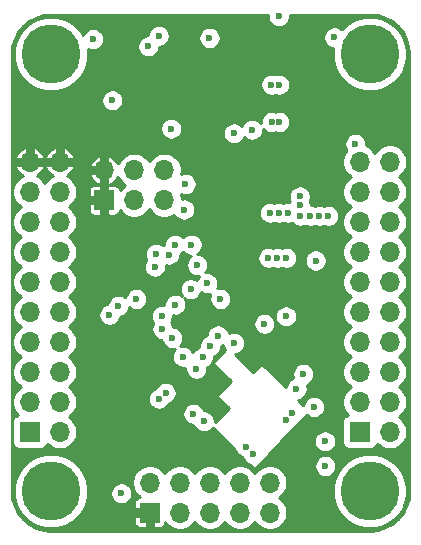
<source format=gbr>
G04 #@! TF.GenerationSoftware,KiCad,Pcbnew,(5.1.5)-3*
G04 #@! TF.CreationDate,2020-08-13T21:18:48+02:00*
G04 #@! TF.ProjectId,STM32 Dev.Board,53544d33-3220-4446-9576-2e426f617264,rev?*
G04 #@! TF.SameCoordinates,Original*
G04 #@! TF.FileFunction,Copper,L2,Inr*
G04 #@! TF.FilePolarity,Positive*
%FSLAX46Y46*%
G04 Gerber Fmt 4.6, Leading zero omitted, Abs format (unit mm)*
G04 Created by KiCad (PCBNEW (5.1.5)-3) date 2020-08-13 21:18:48*
%MOMM*%
%LPD*%
G04 APERTURE LIST*
%ADD10C,0.800000*%
%ADD11C,5.000000*%
%ADD12O,1.700000X1.700000*%
%ADD13R,1.700000X1.700000*%
%ADD14C,0.600000*%
%ADD15C,0.254000*%
G04 APERTURE END LIST*
D10*
X162325825Y-129674175D03*
X161000000Y-129125000D03*
X159674175Y-129674175D03*
X159125000Y-131000000D03*
X159674175Y-132325825D03*
X161000000Y-132875000D03*
X162325825Y-132325825D03*
X162875000Y-131000000D03*
D11*
X161000000Y-131000000D03*
D10*
X135325825Y-92674175D03*
X134000000Y-92125000D03*
X132674175Y-92674175D03*
X132125000Y-94000000D03*
X132674175Y-95325825D03*
X134000000Y-95875000D03*
X135325825Y-95325825D03*
X135875000Y-94000000D03*
D11*
X134000000Y-94000000D03*
D10*
X135325825Y-129674175D03*
X134000000Y-129125000D03*
X132674175Y-129674175D03*
X132125000Y-131000000D03*
X132674175Y-132325825D03*
X134000000Y-132875000D03*
X135325825Y-132325825D03*
X135875000Y-131000000D03*
D11*
X134000000Y-131000000D03*
D10*
X162325825Y-92674175D03*
X161000000Y-92125000D03*
X159674175Y-92674175D03*
X159125000Y-94000000D03*
X159674175Y-95325825D03*
X161000000Y-95875000D03*
X162325825Y-95325825D03*
X162875000Y-94000000D03*
D11*
X161000000Y-94000000D03*
D12*
X134747000Y-103124000D03*
X132207000Y-103124000D03*
X134747000Y-105664000D03*
X132207000Y-105664000D03*
X134747000Y-108204000D03*
X132207000Y-108204000D03*
X134747000Y-110744000D03*
X132207000Y-110744000D03*
X134747000Y-113284000D03*
X132207000Y-113284000D03*
X134747000Y-115824000D03*
X132207000Y-115824000D03*
X134747000Y-118364000D03*
X132207000Y-118364000D03*
X134747000Y-120904000D03*
X132207000Y-120904000D03*
X134747000Y-123444000D03*
X132207000Y-123444000D03*
X134747000Y-125984000D03*
D13*
X132207000Y-125984000D03*
D12*
X162687000Y-103124000D03*
X160147000Y-103124000D03*
X162687000Y-105664000D03*
X160147000Y-105664000D03*
X162687000Y-108204000D03*
X160147000Y-108204000D03*
X162687000Y-110744000D03*
X160147000Y-110744000D03*
X162687000Y-113284000D03*
X160147000Y-113284000D03*
X162687000Y-115824000D03*
X160147000Y-115824000D03*
X162687000Y-118364000D03*
X160147000Y-118364000D03*
X162687000Y-120904000D03*
X160147000Y-120904000D03*
X162687000Y-123444000D03*
X160147000Y-123444000D03*
X162687000Y-125984000D03*
D13*
X160147000Y-125984000D03*
D12*
X152527000Y-130276600D03*
X152527000Y-132816600D03*
X149987000Y-130276600D03*
X149987000Y-132816600D03*
X147447000Y-130276600D03*
X147447000Y-132816600D03*
X144907000Y-130276600D03*
X144907000Y-132816600D03*
X142367000Y-130276600D03*
D13*
X142367000Y-132816600D03*
D12*
X143586200Y-103835200D03*
X143586200Y-106375200D03*
X141046200Y-103835200D03*
X141046200Y-106375200D03*
X138506200Y-103835200D03*
D13*
X138506200Y-106375200D03*
D14*
X150495000Y-127254000D03*
X151130000Y-127889000D03*
X152400000Y-111252000D03*
X155956000Y-107696000D03*
X156718000Y-107696000D03*
X157480000Y-107696000D03*
X155067000Y-106807000D03*
X155067000Y-106045000D03*
X155067000Y-107696000D03*
X153289000Y-107442000D03*
X154051000Y-107442000D03*
X153162000Y-111252000D03*
X153924000Y-111252000D03*
X142240000Y-93345000D03*
X143129000Y-92456000D03*
X153289000Y-90805000D03*
X157988000Y-92583000D03*
X144183100Y-100317300D03*
X149479000Y-100711000D03*
X139192000Y-97917000D03*
X152527000Y-107442000D03*
X157200600Y-126796800D03*
X157226000Y-128879600D03*
X146050000Y-124460000D03*
X146939000Y-125095000D03*
X143713200Y-122682000D03*
X143131398Y-123192398D03*
X159766000Y-101600000D03*
X139700000Y-115316000D03*
X138938000Y-116078000D03*
X147421600Y-92633800D03*
X139954000Y-131191000D03*
X152654000Y-96596200D03*
X153314400Y-96596200D03*
X152679400Y-99745800D03*
X153339800Y-99745800D03*
X137566400Y-92735400D03*
X146304000Y-120650000D03*
X141224000Y-114731800D03*
X149504400Y-118465600D03*
X145897600Y-110134400D03*
X153873200Y-124993400D03*
X154432000Y-124409200D03*
X154787600Y-122351800D03*
X155371800Y-121081800D03*
X147243800Y-113411000D03*
X153898600Y-116205000D03*
X140589000Y-93726000D03*
X141859000Y-94996000D03*
X142595600Y-96893380D03*
X152019000Y-103505000D03*
X152019000Y-104267000D03*
X152781000Y-103505000D03*
X152781000Y-104267000D03*
X155067000Y-103505000D03*
X155067000Y-104267000D03*
X149987000Y-106426000D03*
X150622000Y-106426000D03*
X149987000Y-107696000D03*
X150622000Y-107696000D03*
X153543000Y-103505000D03*
X153543000Y-104267000D03*
X149987000Y-107061000D03*
X150622000Y-107061000D03*
X154305000Y-104267000D03*
X154305000Y-103505000D03*
X144132167Y-97581853D03*
X146862800Y-122555000D03*
X144983200Y-125018800D03*
X143814800Y-125044200D03*
X140792200Y-117881400D03*
X141528800Y-117144800D03*
X148437600Y-110058200D03*
X137566400Y-121970800D03*
X139039600Y-122021600D03*
X157124400Y-120192800D03*
X156667200Y-120675400D03*
X156286200Y-123875800D03*
X152069800Y-116840000D03*
X146380200Y-111861600D03*
X156413200Y-111480600D03*
X144272000Y-118033800D03*
X143433800Y-117271800D03*
X143383000Y-116179600D03*
X148132800Y-117830600D03*
X147497800Y-118694200D03*
X146837400Y-119684800D03*
X143992600Y-110972600D03*
X144500600Y-110159800D03*
X142875000Y-110921800D03*
X142798800Y-112014000D03*
X144526000Y-115214400D03*
X145262600Y-107162600D03*
X145161000Y-119634000D03*
X145389600Y-105003600D03*
X148336000Y-114731800D03*
X151028400Y-100406200D03*
X145826190Y-113905468D03*
D15*
G36*
X152354000Y-90712911D02*
G01*
X152354000Y-90897089D01*
X152389932Y-91077729D01*
X152460414Y-91247889D01*
X152562738Y-91401028D01*
X152692972Y-91531262D01*
X152846111Y-91633586D01*
X153016271Y-91704068D01*
X153196911Y-91740000D01*
X153381089Y-91740000D01*
X153561729Y-91704068D01*
X153731889Y-91633586D01*
X153885028Y-91531262D01*
X154015262Y-91401028D01*
X154117586Y-91247889D01*
X154188068Y-91077729D01*
X154224000Y-90897089D01*
X154224000Y-90712911D01*
X154213475Y-90660000D01*
X160967722Y-90660000D01*
X161648126Y-90726714D01*
X162271572Y-90914943D01*
X162846579Y-91220681D01*
X163351247Y-91632279D01*
X163766362Y-92134067D01*
X164076105Y-92706924D01*
X164268682Y-93329039D01*
X164340000Y-94007584D01*
X164340001Y-130967711D01*
X164273286Y-131648126D01*
X164085057Y-132271570D01*
X163779323Y-132846573D01*
X163367721Y-133351248D01*
X162865933Y-133766362D01*
X162293077Y-134076104D01*
X161670961Y-134268682D01*
X160992417Y-134340000D01*
X134032279Y-134340000D01*
X133351874Y-134273286D01*
X132728430Y-134085057D01*
X132153427Y-133779323D01*
X131648752Y-133367721D01*
X131233638Y-132865933D01*
X130923896Y-132293077D01*
X130731318Y-131670961D01*
X130660000Y-130992417D01*
X130660000Y-130691229D01*
X130865000Y-130691229D01*
X130865000Y-131308771D01*
X130985476Y-131914446D01*
X131221799Y-132484979D01*
X131564886Y-132998446D01*
X132001554Y-133435114D01*
X132515021Y-133778201D01*
X133085554Y-134014524D01*
X133691229Y-134135000D01*
X134308771Y-134135000D01*
X134914446Y-134014524D01*
X135484979Y-133778201D01*
X135652002Y-133666600D01*
X141057789Y-133666600D01*
X141066613Y-133756188D01*
X141092744Y-133842332D01*
X141135180Y-133921724D01*
X141192289Y-133991311D01*
X141261876Y-134048420D01*
X141341268Y-134090856D01*
X141427412Y-134116987D01*
X141517000Y-134125811D01*
X141979750Y-134123600D01*
X142094000Y-134009350D01*
X142094000Y-133089600D01*
X141174250Y-133089600D01*
X141060000Y-133203850D01*
X141057789Y-133666600D01*
X135652002Y-133666600D01*
X135998446Y-133435114D01*
X136435114Y-132998446D01*
X136778201Y-132484979D01*
X137014524Y-131914446D01*
X137135000Y-131308771D01*
X137135000Y-131098911D01*
X139019000Y-131098911D01*
X139019000Y-131283089D01*
X139054932Y-131463729D01*
X139125414Y-131633889D01*
X139227738Y-131787028D01*
X139357972Y-131917262D01*
X139511111Y-132019586D01*
X139681271Y-132090068D01*
X139861911Y-132126000D01*
X140046089Y-132126000D01*
X140226729Y-132090068D01*
X140396889Y-132019586D01*
X140550028Y-131917262D01*
X140680262Y-131787028D01*
X140782586Y-131633889D01*
X140853068Y-131463729D01*
X140889000Y-131283089D01*
X140889000Y-131098911D01*
X140853068Y-130918271D01*
X140782586Y-130748111D01*
X140680262Y-130594972D01*
X140550028Y-130464738D01*
X140396889Y-130362414D01*
X140226729Y-130291932D01*
X140046089Y-130256000D01*
X139861911Y-130256000D01*
X139681271Y-130291932D01*
X139511111Y-130362414D01*
X139357972Y-130464738D01*
X139227738Y-130594972D01*
X139125414Y-130748111D01*
X139054932Y-130918271D01*
X139019000Y-131098911D01*
X137135000Y-131098911D01*
X137135000Y-130691229D01*
X137023433Y-130130340D01*
X140882000Y-130130340D01*
X140882000Y-130422860D01*
X140939068Y-130709758D01*
X141051010Y-130980011D01*
X141213525Y-131223232D01*
X141420368Y-131430075D01*
X141536214Y-131507481D01*
X141517000Y-131507389D01*
X141427412Y-131516213D01*
X141341268Y-131542344D01*
X141261876Y-131584780D01*
X141192289Y-131641889D01*
X141135180Y-131711476D01*
X141092744Y-131790868D01*
X141066613Y-131877012D01*
X141057789Y-131966600D01*
X141060000Y-132429350D01*
X141174250Y-132543600D01*
X142094000Y-132543600D01*
X142094000Y-132523600D01*
X142640000Y-132523600D01*
X142640000Y-132543600D01*
X142660000Y-132543600D01*
X142660000Y-133089600D01*
X142640000Y-133089600D01*
X142640000Y-134009350D01*
X142754250Y-134123600D01*
X143217000Y-134125811D01*
X143306588Y-134116987D01*
X143392732Y-134090856D01*
X143472124Y-134048420D01*
X143541711Y-133991311D01*
X143598820Y-133921724D01*
X143641256Y-133842332D01*
X143667387Y-133756188D01*
X143676211Y-133666600D01*
X143676119Y-133647386D01*
X143753525Y-133763232D01*
X143960368Y-133970075D01*
X144203589Y-134132590D01*
X144473842Y-134244532D01*
X144760740Y-134301600D01*
X145053260Y-134301600D01*
X145340158Y-134244532D01*
X145610411Y-134132590D01*
X145853632Y-133970075D01*
X146060475Y-133763232D01*
X146177000Y-133588840D01*
X146293525Y-133763232D01*
X146500368Y-133970075D01*
X146743589Y-134132590D01*
X147013842Y-134244532D01*
X147300740Y-134301600D01*
X147593260Y-134301600D01*
X147880158Y-134244532D01*
X148150411Y-134132590D01*
X148393632Y-133970075D01*
X148600475Y-133763232D01*
X148717000Y-133588840D01*
X148833525Y-133763232D01*
X149040368Y-133970075D01*
X149283589Y-134132590D01*
X149553842Y-134244532D01*
X149840740Y-134301600D01*
X150133260Y-134301600D01*
X150420158Y-134244532D01*
X150690411Y-134132590D01*
X150933632Y-133970075D01*
X151140475Y-133763232D01*
X151257000Y-133588840D01*
X151373525Y-133763232D01*
X151580368Y-133970075D01*
X151823589Y-134132590D01*
X152093842Y-134244532D01*
X152380740Y-134301600D01*
X152673260Y-134301600D01*
X152960158Y-134244532D01*
X153230411Y-134132590D01*
X153473632Y-133970075D01*
X153680475Y-133763232D01*
X153842990Y-133520011D01*
X153954932Y-133249758D01*
X154012000Y-132962860D01*
X154012000Y-132670340D01*
X153954932Y-132383442D01*
X153842990Y-132113189D01*
X153680475Y-131869968D01*
X153473632Y-131663125D01*
X153299240Y-131546600D01*
X153473632Y-131430075D01*
X153680475Y-131223232D01*
X153842990Y-130980011D01*
X153954932Y-130709758D01*
X153958617Y-130691229D01*
X157865000Y-130691229D01*
X157865000Y-131308771D01*
X157985476Y-131914446D01*
X158221799Y-132484979D01*
X158564886Y-132998446D01*
X159001554Y-133435114D01*
X159515021Y-133778201D01*
X160085554Y-134014524D01*
X160691229Y-134135000D01*
X161308771Y-134135000D01*
X161914446Y-134014524D01*
X162484979Y-133778201D01*
X162998446Y-133435114D01*
X163435114Y-132998446D01*
X163778201Y-132484979D01*
X164014524Y-131914446D01*
X164135000Y-131308771D01*
X164135000Y-130691229D01*
X164014524Y-130085554D01*
X163778201Y-129515021D01*
X163435114Y-129001554D01*
X162998446Y-128564886D01*
X162484979Y-128221799D01*
X161914446Y-127985476D01*
X161308771Y-127865000D01*
X160691229Y-127865000D01*
X160085554Y-127985476D01*
X159515021Y-128221799D01*
X159001554Y-128564886D01*
X158564886Y-129001554D01*
X158221799Y-129515021D01*
X157985476Y-130085554D01*
X157865000Y-130691229D01*
X153958617Y-130691229D01*
X154012000Y-130422860D01*
X154012000Y-130130340D01*
X153954932Y-129843442D01*
X153842990Y-129573189D01*
X153680475Y-129329968D01*
X153473632Y-129123125D01*
X153230411Y-128960610D01*
X152960158Y-128848668D01*
X152673260Y-128791600D01*
X152380740Y-128791600D01*
X152093842Y-128848668D01*
X151823589Y-128960610D01*
X151580368Y-129123125D01*
X151373525Y-129329968D01*
X151257000Y-129504360D01*
X151140475Y-129329968D01*
X150933632Y-129123125D01*
X150690411Y-128960610D01*
X150420158Y-128848668D01*
X150133260Y-128791600D01*
X149840740Y-128791600D01*
X149553842Y-128848668D01*
X149283589Y-128960610D01*
X149040368Y-129123125D01*
X148833525Y-129329968D01*
X148717000Y-129504360D01*
X148600475Y-129329968D01*
X148393632Y-129123125D01*
X148150411Y-128960610D01*
X147880158Y-128848668D01*
X147593260Y-128791600D01*
X147300740Y-128791600D01*
X147013842Y-128848668D01*
X146743589Y-128960610D01*
X146500368Y-129123125D01*
X146293525Y-129329968D01*
X146177000Y-129504360D01*
X146060475Y-129329968D01*
X145853632Y-129123125D01*
X145610411Y-128960610D01*
X145340158Y-128848668D01*
X145053260Y-128791600D01*
X144760740Y-128791600D01*
X144473842Y-128848668D01*
X144203589Y-128960610D01*
X143960368Y-129123125D01*
X143753525Y-129329968D01*
X143637000Y-129504360D01*
X143520475Y-129329968D01*
X143313632Y-129123125D01*
X143070411Y-128960610D01*
X142800158Y-128848668D01*
X142513260Y-128791600D01*
X142220740Y-128791600D01*
X141933842Y-128848668D01*
X141663589Y-128960610D01*
X141420368Y-129123125D01*
X141213525Y-129329968D01*
X141051010Y-129573189D01*
X140939068Y-129843442D01*
X140882000Y-130130340D01*
X137023433Y-130130340D01*
X137014524Y-130085554D01*
X136778201Y-129515021D01*
X136435114Y-129001554D01*
X135998446Y-128564886D01*
X135484979Y-128221799D01*
X134914446Y-127985476D01*
X134308771Y-127865000D01*
X133691229Y-127865000D01*
X133085554Y-127985476D01*
X132515021Y-128221799D01*
X132001554Y-128564886D01*
X131564886Y-129001554D01*
X131221799Y-129515021D01*
X130985476Y-130085554D01*
X130865000Y-130691229D01*
X130660000Y-130691229D01*
X130660000Y-125134000D01*
X130718928Y-125134000D01*
X130718928Y-126834000D01*
X130731188Y-126958482D01*
X130767498Y-127078180D01*
X130826463Y-127188494D01*
X130905815Y-127285185D01*
X131002506Y-127364537D01*
X131112820Y-127423502D01*
X131232518Y-127459812D01*
X131357000Y-127472072D01*
X133057000Y-127472072D01*
X133181482Y-127459812D01*
X133301180Y-127423502D01*
X133411494Y-127364537D01*
X133508185Y-127285185D01*
X133587537Y-127188494D01*
X133646502Y-127078180D01*
X133668513Y-127005620D01*
X133800368Y-127137475D01*
X134043589Y-127299990D01*
X134313842Y-127411932D01*
X134600740Y-127469000D01*
X134893260Y-127469000D01*
X135180158Y-127411932D01*
X135450411Y-127299990D01*
X135693632Y-127137475D01*
X135900475Y-126930632D01*
X136062990Y-126687411D01*
X136174932Y-126417158D01*
X136232000Y-126130260D01*
X136232000Y-125837740D01*
X136174932Y-125550842D01*
X136062990Y-125280589D01*
X135900475Y-125037368D01*
X135693632Y-124830525D01*
X135519240Y-124714000D01*
X135693632Y-124597475D01*
X135900475Y-124390632D01*
X136062990Y-124147411D01*
X136174932Y-123877158D01*
X136232000Y-123590260D01*
X136232000Y-123297740D01*
X136192729Y-123100309D01*
X142196398Y-123100309D01*
X142196398Y-123284487D01*
X142232330Y-123465127D01*
X142302812Y-123635287D01*
X142405136Y-123788426D01*
X142535370Y-123918660D01*
X142688509Y-124020984D01*
X142858669Y-124091466D01*
X143039309Y-124127398D01*
X143223487Y-124127398D01*
X143404127Y-124091466D01*
X143574287Y-124020984D01*
X143727426Y-123918660D01*
X143857660Y-123788426D01*
X143959984Y-123635287D01*
X143982129Y-123581824D01*
X143985929Y-123581068D01*
X144156089Y-123510586D01*
X144309228Y-123408262D01*
X144439462Y-123278028D01*
X144541786Y-123124889D01*
X144612268Y-122954729D01*
X144648200Y-122774089D01*
X144648200Y-122589911D01*
X144612268Y-122409271D01*
X144541786Y-122239111D01*
X144439462Y-122085972D01*
X144309228Y-121955738D01*
X144156089Y-121853414D01*
X143985929Y-121782932D01*
X143805289Y-121747000D01*
X143621111Y-121747000D01*
X143440471Y-121782932D01*
X143270311Y-121853414D01*
X143117172Y-121955738D01*
X142986938Y-122085972D01*
X142884614Y-122239111D01*
X142862469Y-122292574D01*
X142858669Y-122293330D01*
X142688509Y-122363812D01*
X142535370Y-122466136D01*
X142405136Y-122596370D01*
X142302812Y-122749509D01*
X142232330Y-122919669D01*
X142196398Y-123100309D01*
X136192729Y-123100309D01*
X136174932Y-123010842D01*
X136062990Y-122740589D01*
X135900475Y-122497368D01*
X135693632Y-122290525D01*
X135519240Y-122174000D01*
X135693632Y-122057475D01*
X135900475Y-121850632D01*
X136062990Y-121607411D01*
X136174932Y-121337158D01*
X136232000Y-121050260D01*
X136232000Y-120757740D01*
X136174932Y-120470842D01*
X136062990Y-120200589D01*
X135900475Y-119957368D01*
X135693632Y-119750525D01*
X135519240Y-119634000D01*
X135693632Y-119517475D01*
X135900475Y-119310632D01*
X136062990Y-119067411D01*
X136174932Y-118797158D01*
X136232000Y-118510260D01*
X136232000Y-118217740D01*
X136174932Y-117930842D01*
X136062990Y-117660589D01*
X135900475Y-117417368D01*
X135693632Y-117210525D01*
X135519240Y-117094000D01*
X135693632Y-116977475D01*
X135900475Y-116770632D01*
X136062990Y-116527411D01*
X136174932Y-116257158D01*
X136228886Y-115985911D01*
X138003000Y-115985911D01*
X138003000Y-116170089D01*
X138038932Y-116350729D01*
X138109414Y-116520889D01*
X138211738Y-116674028D01*
X138341972Y-116804262D01*
X138495111Y-116906586D01*
X138665271Y-116977068D01*
X138845911Y-117013000D01*
X139030089Y-117013000D01*
X139210729Y-116977068D01*
X139380889Y-116906586D01*
X139534028Y-116804262D01*
X139664262Y-116674028D01*
X139766586Y-116520889D01*
X139837068Y-116350729D01*
X139859576Y-116237576D01*
X139972729Y-116215068D01*
X140142889Y-116144586D01*
X140296028Y-116042262D01*
X140426262Y-115912028D01*
X140528586Y-115758889D01*
X140599068Y-115588729D01*
X140625543Y-115455633D01*
X140627972Y-115458062D01*
X140781111Y-115560386D01*
X140951271Y-115630868D01*
X141131911Y-115666800D01*
X141316089Y-115666800D01*
X141496729Y-115630868D01*
X141666889Y-115560386D01*
X141820028Y-115458062D01*
X141950262Y-115327828D01*
X142052586Y-115174689D01*
X142123068Y-115004529D01*
X142159000Y-114823889D01*
X142159000Y-114639711D01*
X142123068Y-114459071D01*
X142052586Y-114288911D01*
X141950262Y-114135772D01*
X141820028Y-114005538D01*
X141666889Y-113903214D01*
X141496729Y-113832732D01*
X141316089Y-113796800D01*
X141131911Y-113796800D01*
X140951271Y-113832732D01*
X140781111Y-113903214D01*
X140627972Y-114005538D01*
X140497738Y-114135772D01*
X140395414Y-114288911D01*
X140324932Y-114459071D01*
X140298457Y-114592167D01*
X140296028Y-114589738D01*
X140142889Y-114487414D01*
X139972729Y-114416932D01*
X139792089Y-114381000D01*
X139607911Y-114381000D01*
X139427271Y-114416932D01*
X139257111Y-114487414D01*
X139103972Y-114589738D01*
X138973738Y-114719972D01*
X138871414Y-114873111D01*
X138800932Y-115043271D01*
X138778424Y-115156424D01*
X138665271Y-115178932D01*
X138495111Y-115249414D01*
X138341972Y-115351738D01*
X138211738Y-115481972D01*
X138109414Y-115635111D01*
X138038932Y-115805271D01*
X138003000Y-115985911D01*
X136228886Y-115985911D01*
X136232000Y-115970260D01*
X136232000Y-115677740D01*
X136174932Y-115390842D01*
X136062990Y-115120589D01*
X135900475Y-114877368D01*
X135693632Y-114670525D01*
X135519240Y-114554000D01*
X135693632Y-114437475D01*
X135900475Y-114230632D01*
X136062990Y-113987411D01*
X136174932Y-113717158D01*
X136232000Y-113430260D01*
X136232000Y-113137740D01*
X136174932Y-112850842D01*
X136062990Y-112580589D01*
X135900475Y-112337368D01*
X135693632Y-112130525D01*
X135519240Y-112014000D01*
X135657060Y-111921911D01*
X141863800Y-111921911D01*
X141863800Y-112106089D01*
X141899732Y-112286729D01*
X141970214Y-112456889D01*
X142072538Y-112610028D01*
X142202772Y-112740262D01*
X142355911Y-112842586D01*
X142526071Y-112913068D01*
X142706711Y-112949000D01*
X142890889Y-112949000D01*
X143071529Y-112913068D01*
X143241689Y-112842586D01*
X143394828Y-112740262D01*
X143525062Y-112610028D01*
X143627386Y-112456889D01*
X143697868Y-112286729D01*
X143733800Y-112106089D01*
X143733800Y-111921911D01*
X143723968Y-111872483D01*
X143900511Y-111907600D01*
X144084689Y-111907600D01*
X144265329Y-111871668D01*
X144435489Y-111801186D01*
X144588628Y-111698862D01*
X144718862Y-111568628D01*
X144821186Y-111415489D01*
X144891668Y-111245329D01*
X144927600Y-111064689D01*
X144927600Y-110994967D01*
X144943489Y-110988386D01*
X145096628Y-110886062D01*
X145211800Y-110770890D01*
X145301572Y-110860662D01*
X145454711Y-110962986D01*
X145624871Y-111033468D01*
X145805511Y-111069400D01*
X145882855Y-111069400D01*
X145784172Y-111135338D01*
X145653938Y-111265572D01*
X145551614Y-111418711D01*
X145481132Y-111588871D01*
X145445200Y-111769511D01*
X145445200Y-111953689D01*
X145481132Y-112134329D01*
X145551614Y-112304489D01*
X145653938Y-112457628D01*
X145784172Y-112587862D01*
X145937311Y-112690186D01*
X146107471Y-112760668D01*
X146288111Y-112796600D01*
X146472289Y-112796600D01*
X146551708Y-112780802D01*
X146517538Y-112814972D01*
X146415214Y-112968111D01*
X146348249Y-113129781D01*
X146269079Y-113076882D01*
X146098919Y-113006400D01*
X145918279Y-112970468D01*
X145734101Y-112970468D01*
X145553461Y-113006400D01*
X145383301Y-113076882D01*
X145230162Y-113179206D01*
X145099928Y-113309440D01*
X144997604Y-113462579D01*
X144927122Y-113632739D01*
X144891190Y-113813379D01*
X144891190Y-113997557D01*
X144927122Y-114178197D01*
X144997604Y-114348357D01*
X145065979Y-114450687D01*
X144968889Y-114385814D01*
X144798729Y-114315332D01*
X144618089Y-114279400D01*
X144433911Y-114279400D01*
X144253271Y-114315332D01*
X144083111Y-114385814D01*
X143929972Y-114488138D01*
X143799738Y-114618372D01*
X143697414Y-114771511D01*
X143626932Y-114941671D01*
X143591000Y-115122311D01*
X143591000Y-115267656D01*
X143475089Y-115244600D01*
X143290911Y-115244600D01*
X143110271Y-115280532D01*
X142940111Y-115351014D01*
X142786972Y-115453338D01*
X142656738Y-115583572D01*
X142554414Y-115736711D01*
X142483932Y-115906871D01*
X142448000Y-116087511D01*
X142448000Y-116271689D01*
X142483932Y-116452329D01*
X142554414Y-116622489D01*
X142648777Y-116763714D01*
X142605214Y-116828911D01*
X142534732Y-116999071D01*
X142498800Y-117179711D01*
X142498800Y-117363889D01*
X142534732Y-117544529D01*
X142605214Y-117714689D01*
X142707538Y-117867828D01*
X142837772Y-117998062D01*
X142990911Y-118100386D01*
X143161071Y-118170868D01*
X143341711Y-118206800D01*
X143353094Y-118206800D01*
X143372932Y-118306529D01*
X143443414Y-118476689D01*
X143545738Y-118629828D01*
X143675972Y-118760062D01*
X143829111Y-118862386D01*
X143999271Y-118932868D01*
X144179911Y-118968800D01*
X144364089Y-118968800D01*
X144538629Y-118934081D01*
X144434738Y-119037972D01*
X144332414Y-119191111D01*
X144261932Y-119361271D01*
X144226000Y-119541911D01*
X144226000Y-119726089D01*
X144261932Y-119906729D01*
X144332414Y-120076889D01*
X144434738Y-120230028D01*
X144564972Y-120360262D01*
X144718111Y-120462586D01*
X144888271Y-120533068D01*
X145068911Y-120569000D01*
X145253089Y-120569000D01*
X145371479Y-120545451D01*
X145369000Y-120557911D01*
X145369000Y-120742089D01*
X145404932Y-120922729D01*
X145475414Y-121092889D01*
X145577738Y-121246028D01*
X145707972Y-121376262D01*
X145861111Y-121478586D01*
X146031271Y-121549068D01*
X146211911Y-121585000D01*
X146396089Y-121585000D01*
X146576729Y-121549068D01*
X146746889Y-121478586D01*
X146900028Y-121376262D01*
X147030262Y-121246028D01*
X147132586Y-121092889D01*
X147203068Y-120922729D01*
X147239000Y-120742089D01*
X147239000Y-120557911D01*
X147233960Y-120532576D01*
X147280289Y-120513386D01*
X147433428Y-120411062D01*
X147563662Y-120280828D01*
X147665986Y-120127689D01*
X147736468Y-119957529D01*
X147772400Y-119776889D01*
X147772400Y-119592711D01*
X147772360Y-119592510D01*
X147940689Y-119522786D01*
X148093828Y-119420462D01*
X148224062Y-119290228D01*
X148326386Y-119137089D01*
X148396868Y-118966929D01*
X148432800Y-118786289D01*
X148432800Y-118718372D01*
X148575689Y-118659186D01*
X148587959Y-118650988D01*
X148605332Y-118738329D01*
X148675814Y-118908489D01*
X148763449Y-119039645D01*
X147757247Y-120045847D01*
X147741453Y-120065093D01*
X147729717Y-120087049D01*
X147722490Y-120110874D01*
X147720050Y-120135650D01*
X147722490Y-120160426D01*
X147729717Y-120184251D01*
X147741453Y-120206207D01*
X147757773Y-120225976D01*
X149225368Y-121676526D01*
X148065697Y-122836197D01*
X148049903Y-122855443D01*
X148038167Y-122877399D01*
X148030940Y-122901224D01*
X148028500Y-122926000D01*
X148030940Y-122950776D01*
X148038167Y-122974601D01*
X148049903Y-122996557D01*
X148066467Y-123016566D01*
X149044704Y-123978247D01*
X147874000Y-125150967D01*
X147874000Y-125002911D01*
X147838068Y-124822271D01*
X147767586Y-124652111D01*
X147665262Y-124498972D01*
X147535028Y-124368738D01*
X147381889Y-124266414D01*
X147211729Y-124195932D01*
X147031089Y-124160000D01*
X146937772Y-124160000D01*
X146878586Y-124017111D01*
X146776262Y-123863972D01*
X146646028Y-123733738D01*
X146492889Y-123631414D01*
X146322729Y-123560932D01*
X146142089Y-123525000D01*
X145957911Y-123525000D01*
X145777271Y-123560932D01*
X145607111Y-123631414D01*
X145453972Y-123733738D01*
X145323738Y-123863972D01*
X145221414Y-124017111D01*
X145150932Y-124187271D01*
X145115000Y-124367911D01*
X145115000Y-124552089D01*
X145150932Y-124732729D01*
X145221414Y-124902889D01*
X145323738Y-125056028D01*
X145453972Y-125186262D01*
X145607111Y-125288586D01*
X145777271Y-125359068D01*
X145957911Y-125395000D01*
X146051228Y-125395000D01*
X146110414Y-125537889D01*
X146212738Y-125691028D01*
X146342972Y-125821262D01*
X146496111Y-125923586D01*
X146666271Y-125994068D01*
X146846911Y-126030000D01*
X147031089Y-126030000D01*
X147211729Y-125994068D01*
X147381889Y-125923586D01*
X147535028Y-125821262D01*
X147665262Y-125691028D01*
X147693765Y-125648371D01*
X149376497Y-127331103D01*
X149377022Y-127331624D01*
X149610850Y-127562745D01*
X149666414Y-127696889D01*
X149768738Y-127850028D01*
X149898972Y-127980262D01*
X150052111Y-128082586D01*
X150197856Y-128142955D01*
X150240694Y-128185297D01*
X150301414Y-128331889D01*
X150403738Y-128485028D01*
X150533972Y-128615262D01*
X150687111Y-128717586D01*
X150845659Y-128783258D01*
X151132162Y-129066444D01*
X151151499Y-129082126D01*
X151173523Y-129093734D01*
X151197389Y-129100822D01*
X151222179Y-129103118D01*
X151246941Y-129100533D01*
X151270723Y-129093168D01*
X151292611Y-129081304D01*
X151312967Y-129064164D01*
X151579090Y-128787511D01*
X156291000Y-128787511D01*
X156291000Y-128971689D01*
X156326932Y-129152329D01*
X156397414Y-129322489D01*
X156499738Y-129475628D01*
X156629972Y-129605862D01*
X156783111Y-129708186D01*
X156953271Y-129778668D01*
X157133911Y-129814600D01*
X157318089Y-129814600D01*
X157498729Y-129778668D01*
X157668889Y-129708186D01*
X157822028Y-129605862D01*
X157952262Y-129475628D01*
X158054586Y-129322489D01*
X158125068Y-129152329D01*
X158161000Y-128971689D01*
X158161000Y-128787511D01*
X158125068Y-128606871D01*
X158054586Y-128436711D01*
X157952262Y-128283572D01*
X157822028Y-128153338D01*
X157668889Y-128051014D01*
X157498729Y-127980532D01*
X157318089Y-127944600D01*
X157133911Y-127944600D01*
X156953271Y-127980532D01*
X156783111Y-128051014D01*
X156629972Y-128153338D01*
X156499738Y-128283572D01*
X156397414Y-128436711D01*
X156326932Y-128606871D01*
X156291000Y-128787511D01*
X151579090Y-128787511D01*
X153582622Y-126704711D01*
X156265600Y-126704711D01*
X156265600Y-126888889D01*
X156301532Y-127069529D01*
X156372014Y-127239689D01*
X156474338Y-127392828D01*
X156604572Y-127523062D01*
X156757711Y-127625386D01*
X156927871Y-127695868D01*
X157108511Y-127731800D01*
X157292689Y-127731800D01*
X157473329Y-127695868D01*
X157643489Y-127625386D01*
X157796628Y-127523062D01*
X157926862Y-127392828D01*
X158029186Y-127239689D01*
X158099668Y-127069529D01*
X158135600Y-126888889D01*
X158135600Y-126704711D01*
X158099668Y-126524071D01*
X158029186Y-126353911D01*
X157926862Y-126200772D01*
X157796628Y-126070538D01*
X157643489Y-125968214D01*
X157473329Y-125897732D01*
X157292689Y-125861800D01*
X157108511Y-125861800D01*
X156927871Y-125897732D01*
X156757711Y-125968214D01*
X156604572Y-126070538D01*
X156474338Y-126200772D01*
X156372014Y-126353911D01*
X156301532Y-126524071D01*
X156265600Y-126704711D01*
X153582622Y-126704711D01*
X155093554Y-125134000D01*
X158658928Y-125134000D01*
X158658928Y-126834000D01*
X158671188Y-126958482D01*
X158707498Y-127078180D01*
X158766463Y-127188494D01*
X158845815Y-127285185D01*
X158942506Y-127364537D01*
X159052820Y-127423502D01*
X159172518Y-127459812D01*
X159297000Y-127472072D01*
X160997000Y-127472072D01*
X161121482Y-127459812D01*
X161241180Y-127423502D01*
X161351494Y-127364537D01*
X161448185Y-127285185D01*
X161527537Y-127188494D01*
X161586502Y-127078180D01*
X161608513Y-127005620D01*
X161740368Y-127137475D01*
X161983589Y-127299990D01*
X162253842Y-127411932D01*
X162540740Y-127469000D01*
X162833260Y-127469000D01*
X163120158Y-127411932D01*
X163390411Y-127299990D01*
X163633632Y-127137475D01*
X163840475Y-126930632D01*
X164002990Y-126687411D01*
X164114932Y-126417158D01*
X164172000Y-126130260D01*
X164172000Y-125837740D01*
X164114932Y-125550842D01*
X164002990Y-125280589D01*
X163840475Y-125037368D01*
X163633632Y-124830525D01*
X163459240Y-124714000D01*
X163633632Y-124597475D01*
X163840475Y-124390632D01*
X164002990Y-124147411D01*
X164114932Y-123877158D01*
X164172000Y-123590260D01*
X164172000Y-123297740D01*
X164114932Y-123010842D01*
X164002990Y-122740589D01*
X163840475Y-122497368D01*
X163633632Y-122290525D01*
X163459240Y-122174000D01*
X163633632Y-122057475D01*
X163840475Y-121850632D01*
X164002990Y-121607411D01*
X164114932Y-121337158D01*
X164172000Y-121050260D01*
X164172000Y-120757740D01*
X164114932Y-120470842D01*
X164002990Y-120200589D01*
X163840475Y-119957368D01*
X163633632Y-119750525D01*
X163459240Y-119634000D01*
X163633632Y-119517475D01*
X163840475Y-119310632D01*
X164002990Y-119067411D01*
X164114932Y-118797158D01*
X164172000Y-118510260D01*
X164172000Y-118217740D01*
X164114932Y-117930842D01*
X164002990Y-117660589D01*
X163840475Y-117417368D01*
X163633632Y-117210525D01*
X163459240Y-117094000D01*
X163633632Y-116977475D01*
X163840475Y-116770632D01*
X164002990Y-116527411D01*
X164114932Y-116257158D01*
X164172000Y-115970260D01*
X164172000Y-115677740D01*
X164114932Y-115390842D01*
X164002990Y-115120589D01*
X163840475Y-114877368D01*
X163633632Y-114670525D01*
X163459240Y-114554000D01*
X163633632Y-114437475D01*
X163840475Y-114230632D01*
X164002990Y-113987411D01*
X164114932Y-113717158D01*
X164172000Y-113430260D01*
X164172000Y-113137740D01*
X164114932Y-112850842D01*
X164002990Y-112580589D01*
X163840475Y-112337368D01*
X163633632Y-112130525D01*
X163459240Y-112014000D01*
X163633632Y-111897475D01*
X163840475Y-111690632D01*
X164002990Y-111447411D01*
X164114932Y-111177158D01*
X164172000Y-110890260D01*
X164172000Y-110597740D01*
X164114932Y-110310842D01*
X164002990Y-110040589D01*
X163840475Y-109797368D01*
X163633632Y-109590525D01*
X163459240Y-109474000D01*
X163633632Y-109357475D01*
X163840475Y-109150632D01*
X164002990Y-108907411D01*
X164114932Y-108637158D01*
X164172000Y-108350260D01*
X164172000Y-108057740D01*
X164114932Y-107770842D01*
X164002990Y-107500589D01*
X163840475Y-107257368D01*
X163633632Y-107050525D01*
X163459240Y-106934000D01*
X163633632Y-106817475D01*
X163840475Y-106610632D01*
X164002990Y-106367411D01*
X164114932Y-106097158D01*
X164172000Y-105810260D01*
X164172000Y-105517740D01*
X164114932Y-105230842D01*
X164002990Y-104960589D01*
X163840475Y-104717368D01*
X163633632Y-104510525D01*
X163459240Y-104394000D01*
X163633632Y-104277475D01*
X163840475Y-104070632D01*
X164002990Y-103827411D01*
X164114932Y-103557158D01*
X164172000Y-103270260D01*
X164172000Y-102977740D01*
X164114932Y-102690842D01*
X164002990Y-102420589D01*
X163840475Y-102177368D01*
X163633632Y-101970525D01*
X163390411Y-101808010D01*
X163120158Y-101696068D01*
X162833260Y-101639000D01*
X162540740Y-101639000D01*
X162253842Y-101696068D01*
X161983589Y-101808010D01*
X161740368Y-101970525D01*
X161533525Y-102177368D01*
X161417000Y-102351760D01*
X161300475Y-102177368D01*
X161093632Y-101970525D01*
X160850411Y-101808010D01*
X160691070Y-101742009D01*
X160701000Y-101692089D01*
X160701000Y-101507911D01*
X160665068Y-101327271D01*
X160594586Y-101157111D01*
X160492262Y-101003972D01*
X160362028Y-100873738D01*
X160208889Y-100771414D01*
X160038729Y-100700932D01*
X159858089Y-100665000D01*
X159673911Y-100665000D01*
X159493271Y-100700932D01*
X159323111Y-100771414D01*
X159169972Y-100873738D01*
X159039738Y-101003972D01*
X158937414Y-101157111D01*
X158866932Y-101327271D01*
X158831000Y-101507911D01*
X158831000Y-101692089D01*
X158866932Y-101872729D01*
X158937414Y-102042889D01*
X159013754Y-102157139D01*
X158993525Y-102177368D01*
X158831010Y-102420589D01*
X158719068Y-102690842D01*
X158662000Y-102977740D01*
X158662000Y-103270260D01*
X158719068Y-103557158D01*
X158831010Y-103827411D01*
X158993525Y-104070632D01*
X159200368Y-104277475D01*
X159374760Y-104394000D01*
X159200368Y-104510525D01*
X158993525Y-104717368D01*
X158831010Y-104960589D01*
X158719068Y-105230842D01*
X158662000Y-105517740D01*
X158662000Y-105810260D01*
X158719068Y-106097158D01*
X158831010Y-106367411D01*
X158993525Y-106610632D01*
X159200368Y-106817475D01*
X159374760Y-106934000D01*
X159200368Y-107050525D01*
X158993525Y-107257368D01*
X158831010Y-107500589D01*
X158719068Y-107770842D01*
X158662000Y-108057740D01*
X158662000Y-108350260D01*
X158719068Y-108637158D01*
X158831010Y-108907411D01*
X158993525Y-109150632D01*
X159200368Y-109357475D01*
X159374760Y-109474000D01*
X159200368Y-109590525D01*
X158993525Y-109797368D01*
X158831010Y-110040589D01*
X158719068Y-110310842D01*
X158662000Y-110597740D01*
X158662000Y-110890260D01*
X158719068Y-111177158D01*
X158831010Y-111447411D01*
X158993525Y-111690632D01*
X159200368Y-111897475D01*
X159374760Y-112014000D01*
X159200368Y-112130525D01*
X158993525Y-112337368D01*
X158831010Y-112580589D01*
X158719068Y-112850842D01*
X158662000Y-113137740D01*
X158662000Y-113430260D01*
X158719068Y-113717158D01*
X158831010Y-113987411D01*
X158993525Y-114230632D01*
X159200368Y-114437475D01*
X159374760Y-114554000D01*
X159200368Y-114670525D01*
X158993525Y-114877368D01*
X158831010Y-115120589D01*
X158719068Y-115390842D01*
X158662000Y-115677740D01*
X158662000Y-115970260D01*
X158719068Y-116257158D01*
X158831010Y-116527411D01*
X158993525Y-116770632D01*
X159200368Y-116977475D01*
X159374760Y-117094000D01*
X159200368Y-117210525D01*
X158993525Y-117417368D01*
X158831010Y-117660589D01*
X158719068Y-117930842D01*
X158662000Y-118217740D01*
X158662000Y-118510260D01*
X158719068Y-118797158D01*
X158831010Y-119067411D01*
X158993525Y-119310632D01*
X159200368Y-119517475D01*
X159374760Y-119634000D01*
X159200368Y-119750525D01*
X158993525Y-119957368D01*
X158831010Y-120200589D01*
X158719068Y-120470842D01*
X158662000Y-120757740D01*
X158662000Y-121050260D01*
X158719068Y-121337158D01*
X158831010Y-121607411D01*
X158993525Y-121850632D01*
X159200368Y-122057475D01*
X159374760Y-122174000D01*
X159200368Y-122290525D01*
X158993525Y-122497368D01*
X158831010Y-122740589D01*
X158719068Y-123010842D01*
X158662000Y-123297740D01*
X158662000Y-123590260D01*
X158719068Y-123877158D01*
X158831010Y-124147411D01*
X158993525Y-124390632D01*
X159125380Y-124522487D01*
X159052820Y-124544498D01*
X158942506Y-124603463D01*
X158845815Y-124682815D01*
X158766463Y-124779506D01*
X158707498Y-124889820D01*
X158671188Y-125009518D01*
X158658928Y-125134000D01*
X155093554Y-125134000D01*
X155646886Y-124558776D01*
X155690172Y-124602062D01*
X155843311Y-124704386D01*
X156013471Y-124774868D01*
X156194111Y-124810800D01*
X156378289Y-124810800D01*
X156558929Y-124774868D01*
X156729089Y-124704386D01*
X156882228Y-124602062D01*
X157012462Y-124471828D01*
X157114786Y-124318689D01*
X157185268Y-124148529D01*
X157221200Y-123967889D01*
X157221200Y-123783711D01*
X157185268Y-123603071D01*
X157114786Y-123432911D01*
X157012462Y-123279772D01*
X156882228Y-123149538D01*
X156729089Y-123047214D01*
X156558929Y-122976732D01*
X156378289Y-122940800D01*
X156194111Y-122940800D01*
X156013471Y-122976732D01*
X155843311Y-123047214D01*
X155690172Y-123149538D01*
X155559938Y-123279772D01*
X155457614Y-123432911D01*
X155387132Y-123603071D01*
X155360914Y-123734878D01*
X154908344Y-123281100D01*
X155060329Y-123250868D01*
X155230489Y-123180386D01*
X155383628Y-123078062D01*
X155513862Y-122947828D01*
X155616186Y-122794689D01*
X155686668Y-122624529D01*
X155722600Y-122443889D01*
X155722600Y-122259711D01*
X155686668Y-122079071D01*
X155645777Y-121980351D01*
X155814689Y-121910386D01*
X155967828Y-121808062D01*
X156098062Y-121677828D01*
X156200386Y-121524689D01*
X156270868Y-121354529D01*
X156306800Y-121173889D01*
X156306800Y-120989711D01*
X156270868Y-120809071D01*
X156200386Y-120638911D01*
X156098062Y-120485772D01*
X155967828Y-120355538D01*
X155814689Y-120253214D01*
X155644529Y-120182732D01*
X155463889Y-120146800D01*
X155279711Y-120146800D01*
X155099071Y-120182732D01*
X154928911Y-120253214D01*
X154775772Y-120355538D01*
X154645538Y-120485772D01*
X154543214Y-120638911D01*
X154472732Y-120809071D01*
X154436800Y-120989711D01*
X154436800Y-121173889D01*
X154472732Y-121354529D01*
X154513623Y-121453249D01*
X154344711Y-121523214D01*
X154191572Y-121625538D01*
X154061338Y-121755772D01*
X153959014Y-121908911D01*
X153888532Y-122079071D01*
X153858764Y-122228721D01*
X151942672Y-120307517D01*
X151923448Y-120291697D01*
X151901507Y-120279932D01*
X151877692Y-120272673D01*
X151852919Y-120270200D01*
X151828139Y-120272607D01*
X151804306Y-120279803D01*
X151782333Y-120291509D01*
X151763148Y-120307197D01*
X151130000Y-120937520D01*
X149586199Y-119400600D01*
X149596489Y-119400600D01*
X149777129Y-119364668D01*
X149947289Y-119294186D01*
X150100428Y-119191862D01*
X150230662Y-119061628D01*
X150332986Y-118908489D01*
X150403468Y-118738329D01*
X150439400Y-118557689D01*
X150439400Y-118373511D01*
X150403468Y-118192871D01*
X150332986Y-118022711D01*
X150230662Y-117869572D01*
X150100428Y-117739338D01*
X149947289Y-117637014D01*
X149777129Y-117566532D01*
X149596489Y-117530600D01*
X149412311Y-117530600D01*
X149231671Y-117566532D01*
X149061511Y-117637014D01*
X149049241Y-117645212D01*
X149031868Y-117557871D01*
X148961386Y-117387711D01*
X148859062Y-117234572D01*
X148728828Y-117104338D01*
X148575689Y-117002014D01*
X148405529Y-116931532D01*
X148224889Y-116895600D01*
X148040711Y-116895600D01*
X147860071Y-116931532D01*
X147689911Y-117002014D01*
X147536772Y-117104338D01*
X147406538Y-117234572D01*
X147304214Y-117387711D01*
X147233732Y-117557871D01*
X147197800Y-117738511D01*
X147197800Y-117806428D01*
X147054911Y-117865614D01*
X146901772Y-117967938D01*
X146771538Y-118098172D01*
X146669214Y-118251311D01*
X146598732Y-118421471D01*
X146562800Y-118602111D01*
X146562800Y-118786289D01*
X146562840Y-118786490D01*
X146394511Y-118856214D01*
X146241372Y-118958538D01*
X146111138Y-119088772D01*
X146009934Y-119240235D01*
X145989586Y-119191111D01*
X145887262Y-119037972D01*
X145757028Y-118907738D01*
X145603889Y-118805414D01*
X145433729Y-118734932D01*
X145253089Y-118699000D01*
X145068911Y-118699000D01*
X144894371Y-118733719D01*
X144998262Y-118629828D01*
X145100586Y-118476689D01*
X145171068Y-118306529D01*
X145207000Y-118125889D01*
X145207000Y-117941711D01*
X145171068Y-117761071D01*
X145100586Y-117590911D01*
X144998262Y-117437772D01*
X144868028Y-117307538D01*
X144714889Y-117205214D01*
X144544729Y-117134732D01*
X144364089Y-117098800D01*
X144352706Y-117098800D01*
X144332868Y-116999071D01*
X144262386Y-116828911D01*
X144208264Y-116747911D01*
X151134800Y-116747911D01*
X151134800Y-116932089D01*
X151170732Y-117112729D01*
X151241214Y-117282889D01*
X151343538Y-117436028D01*
X151473772Y-117566262D01*
X151626911Y-117668586D01*
X151797071Y-117739068D01*
X151977711Y-117775000D01*
X152161889Y-117775000D01*
X152342529Y-117739068D01*
X152512689Y-117668586D01*
X152665828Y-117566262D01*
X152796062Y-117436028D01*
X152898386Y-117282889D01*
X152968868Y-117112729D01*
X153004800Y-116932089D01*
X153004800Y-116747911D01*
X152968868Y-116567271D01*
X152898386Y-116397111D01*
X152796062Y-116243972D01*
X152665828Y-116113738D01*
X152664591Y-116112911D01*
X152963600Y-116112911D01*
X152963600Y-116297089D01*
X152999532Y-116477729D01*
X153070014Y-116647889D01*
X153172338Y-116801028D01*
X153302572Y-116931262D01*
X153455711Y-117033586D01*
X153625871Y-117104068D01*
X153806511Y-117140000D01*
X153990689Y-117140000D01*
X154171329Y-117104068D01*
X154341489Y-117033586D01*
X154494628Y-116931262D01*
X154624862Y-116801028D01*
X154727186Y-116647889D01*
X154797668Y-116477729D01*
X154833600Y-116297089D01*
X154833600Y-116112911D01*
X154797668Y-115932271D01*
X154727186Y-115762111D01*
X154624862Y-115608972D01*
X154494628Y-115478738D01*
X154341489Y-115376414D01*
X154171329Y-115305932D01*
X153990689Y-115270000D01*
X153806511Y-115270000D01*
X153625871Y-115305932D01*
X153455711Y-115376414D01*
X153302572Y-115478738D01*
X153172338Y-115608972D01*
X153070014Y-115762111D01*
X152999532Y-115932271D01*
X152963600Y-116112911D01*
X152664591Y-116112911D01*
X152512689Y-116011414D01*
X152342529Y-115940932D01*
X152161889Y-115905000D01*
X151977711Y-115905000D01*
X151797071Y-115940932D01*
X151626911Y-116011414D01*
X151473772Y-116113738D01*
X151343538Y-116243972D01*
X151241214Y-116397111D01*
X151170732Y-116567271D01*
X151134800Y-116747911D01*
X144208264Y-116747911D01*
X144168023Y-116687686D01*
X144211586Y-116622489D01*
X144282068Y-116452329D01*
X144318000Y-116271689D01*
X144318000Y-116126344D01*
X144433911Y-116149400D01*
X144618089Y-116149400D01*
X144798729Y-116113468D01*
X144968889Y-116042986D01*
X145122028Y-115940662D01*
X145252262Y-115810428D01*
X145354586Y-115657289D01*
X145425068Y-115487129D01*
X145461000Y-115306489D01*
X145461000Y-115122311D01*
X145425068Y-114941671D01*
X145354586Y-114771511D01*
X145286211Y-114669181D01*
X145383301Y-114734054D01*
X145553461Y-114804536D01*
X145734101Y-114840468D01*
X145918279Y-114840468D01*
X146098919Y-114804536D01*
X146269079Y-114734054D01*
X146422218Y-114631730D01*
X146552452Y-114501496D01*
X146654776Y-114348357D01*
X146721741Y-114186687D01*
X146800911Y-114239586D01*
X146971071Y-114310068D01*
X147151711Y-114346000D01*
X147335889Y-114346000D01*
X147497045Y-114313944D01*
X147436932Y-114459071D01*
X147401000Y-114639711D01*
X147401000Y-114823889D01*
X147436932Y-115004529D01*
X147507414Y-115174689D01*
X147609738Y-115327828D01*
X147739972Y-115458062D01*
X147893111Y-115560386D01*
X148063271Y-115630868D01*
X148243911Y-115666800D01*
X148428089Y-115666800D01*
X148608729Y-115630868D01*
X148778889Y-115560386D01*
X148932028Y-115458062D01*
X149062262Y-115327828D01*
X149164586Y-115174689D01*
X149235068Y-115004529D01*
X149271000Y-114823889D01*
X149271000Y-114639711D01*
X149235068Y-114459071D01*
X149164586Y-114288911D01*
X149062262Y-114135772D01*
X148932028Y-114005538D01*
X148778889Y-113903214D01*
X148608729Y-113832732D01*
X148428089Y-113796800D01*
X148243911Y-113796800D01*
X148082755Y-113828856D01*
X148142868Y-113683729D01*
X148178800Y-113503089D01*
X148178800Y-113318911D01*
X148142868Y-113138271D01*
X148072386Y-112968111D01*
X147970062Y-112814972D01*
X147839828Y-112684738D01*
X147686689Y-112582414D01*
X147516529Y-112511932D01*
X147335889Y-112476000D01*
X147151711Y-112476000D01*
X147072292Y-112491798D01*
X147106462Y-112457628D01*
X147208786Y-112304489D01*
X147279268Y-112134329D01*
X147315200Y-111953689D01*
X147315200Y-111769511D01*
X147279268Y-111588871D01*
X147208786Y-111418711D01*
X147106462Y-111265572D01*
X147000801Y-111159911D01*
X151465000Y-111159911D01*
X151465000Y-111344089D01*
X151500932Y-111524729D01*
X151571414Y-111694889D01*
X151673738Y-111848028D01*
X151803972Y-111978262D01*
X151957111Y-112080586D01*
X152127271Y-112151068D01*
X152307911Y-112187000D01*
X152492089Y-112187000D01*
X152672729Y-112151068D01*
X152781000Y-112106221D01*
X152889271Y-112151068D01*
X153069911Y-112187000D01*
X153254089Y-112187000D01*
X153434729Y-112151068D01*
X153543000Y-112106221D01*
X153651271Y-112151068D01*
X153831911Y-112187000D01*
X154016089Y-112187000D01*
X154196729Y-112151068D01*
X154366889Y-112080586D01*
X154520028Y-111978262D01*
X154650262Y-111848028D01*
X154752586Y-111694889D01*
X154823068Y-111524729D01*
X154850163Y-111388511D01*
X155478200Y-111388511D01*
X155478200Y-111572689D01*
X155514132Y-111753329D01*
X155584614Y-111923489D01*
X155686938Y-112076628D01*
X155817172Y-112206862D01*
X155970311Y-112309186D01*
X156140471Y-112379668D01*
X156321111Y-112415600D01*
X156505289Y-112415600D01*
X156685929Y-112379668D01*
X156856089Y-112309186D01*
X157009228Y-112206862D01*
X157139462Y-112076628D01*
X157241786Y-111923489D01*
X157312268Y-111753329D01*
X157348200Y-111572689D01*
X157348200Y-111388511D01*
X157312268Y-111207871D01*
X157241786Y-111037711D01*
X157139462Y-110884572D01*
X157009228Y-110754338D01*
X156856089Y-110652014D01*
X156685929Y-110581532D01*
X156505289Y-110545600D01*
X156321111Y-110545600D01*
X156140471Y-110581532D01*
X155970311Y-110652014D01*
X155817172Y-110754338D01*
X155686938Y-110884572D01*
X155584614Y-111037711D01*
X155514132Y-111207871D01*
X155478200Y-111388511D01*
X154850163Y-111388511D01*
X154859000Y-111344089D01*
X154859000Y-111159911D01*
X154823068Y-110979271D01*
X154752586Y-110809111D01*
X154650262Y-110655972D01*
X154520028Y-110525738D01*
X154366889Y-110423414D01*
X154196729Y-110352932D01*
X154016089Y-110317000D01*
X153831911Y-110317000D01*
X153651271Y-110352932D01*
X153543000Y-110397779D01*
X153434729Y-110352932D01*
X153254089Y-110317000D01*
X153069911Y-110317000D01*
X152889271Y-110352932D01*
X152781000Y-110397779D01*
X152672729Y-110352932D01*
X152492089Y-110317000D01*
X152307911Y-110317000D01*
X152127271Y-110352932D01*
X151957111Y-110423414D01*
X151803972Y-110525738D01*
X151673738Y-110655972D01*
X151571414Y-110809111D01*
X151500932Y-110979271D01*
X151465000Y-111159911D01*
X147000801Y-111159911D01*
X146976228Y-111135338D01*
X146823089Y-111033014D01*
X146652929Y-110962532D01*
X146472289Y-110926600D01*
X146394945Y-110926600D01*
X146493628Y-110860662D01*
X146623862Y-110730428D01*
X146726186Y-110577289D01*
X146796668Y-110407129D01*
X146832600Y-110226489D01*
X146832600Y-110042311D01*
X146796668Y-109861671D01*
X146726186Y-109691511D01*
X146623862Y-109538372D01*
X146493628Y-109408138D01*
X146340489Y-109305814D01*
X146170329Y-109235332D01*
X145989689Y-109199400D01*
X145805511Y-109199400D01*
X145624871Y-109235332D01*
X145454711Y-109305814D01*
X145301572Y-109408138D01*
X145186400Y-109523310D01*
X145096628Y-109433538D01*
X144943489Y-109331214D01*
X144773329Y-109260732D01*
X144592689Y-109224800D01*
X144408511Y-109224800D01*
X144227871Y-109260732D01*
X144057711Y-109331214D01*
X143904572Y-109433538D01*
X143774338Y-109563772D01*
X143672014Y-109716911D01*
X143601532Y-109887071D01*
X143565600Y-110067711D01*
X143565600Y-110137433D01*
X143549711Y-110144014D01*
X143471658Y-110196168D01*
X143471028Y-110195538D01*
X143317889Y-110093214D01*
X143147729Y-110022732D01*
X142967089Y-109986800D01*
X142782911Y-109986800D01*
X142602271Y-110022732D01*
X142432111Y-110093214D01*
X142278972Y-110195538D01*
X142148738Y-110325772D01*
X142046414Y-110478911D01*
X141975932Y-110649071D01*
X141940000Y-110829711D01*
X141940000Y-111013889D01*
X141975932Y-111194529D01*
X142046414Y-111364689D01*
X142078220Y-111412290D01*
X142072538Y-111417972D01*
X141970214Y-111571111D01*
X141899732Y-111741271D01*
X141863800Y-111921911D01*
X135657060Y-111921911D01*
X135693632Y-111897475D01*
X135900475Y-111690632D01*
X136062990Y-111447411D01*
X136174932Y-111177158D01*
X136232000Y-110890260D01*
X136232000Y-110597740D01*
X136174932Y-110310842D01*
X136062990Y-110040589D01*
X135900475Y-109797368D01*
X135693632Y-109590525D01*
X135519240Y-109474000D01*
X135693632Y-109357475D01*
X135900475Y-109150632D01*
X136062990Y-108907411D01*
X136174932Y-108637158D01*
X136232000Y-108350260D01*
X136232000Y-108057740D01*
X136174932Y-107770842D01*
X136062990Y-107500589D01*
X135900475Y-107257368D01*
X135868307Y-107225200D01*
X137196989Y-107225200D01*
X137205813Y-107314788D01*
X137231944Y-107400932D01*
X137274380Y-107480324D01*
X137331489Y-107549911D01*
X137401076Y-107607020D01*
X137480468Y-107649456D01*
X137566612Y-107675587D01*
X137656200Y-107684411D01*
X138118950Y-107682200D01*
X138233200Y-107567950D01*
X138233200Y-106648200D01*
X137313450Y-106648200D01*
X137199200Y-106762450D01*
X137196989Y-107225200D01*
X135868307Y-107225200D01*
X135693632Y-107050525D01*
X135519240Y-106934000D01*
X135693632Y-106817475D01*
X135900475Y-106610632D01*
X136062990Y-106367411D01*
X136174932Y-106097158D01*
X136232000Y-105810260D01*
X136232000Y-105525200D01*
X137196989Y-105525200D01*
X137199200Y-105987950D01*
X137313450Y-106102200D01*
X138233200Y-106102200D01*
X138233200Y-105182450D01*
X138118950Y-105068200D01*
X137656200Y-105065989D01*
X137566612Y-105074813D01*
X137480468Y-105100944D01*
X137401076Y-105143380D01*
X137331489Y-105200489D01*
X137274380Y-105270076D01*
X137231944Y-105349468D01*
X137205813Y-105435612D01*
X137196989Y-105525200D01*
X136232000Y-105525200D01*
X136232000Y-105517740D01*
X136174932Y-105230842D01*
X136062990Y-104960589D01*
X135900475Y-104717368D01*
X135693632Y-104510525D01*
X135450411Y-104348010D01*
X135346072Y-104304791D01*
X137286460Y-104304791D01*
X137401510Y-104533727D01*
X137559012Y-104735819D01*
X137752914Y-104903301D01*
X137975764Y-105029737D01*
X138036611Y-105054928D01*
X138233200Y-104996287D01*
X138233200Y-104108200D01*
X137342267Y-104108200D01*
X137286460Y-104304791D01*
X135346072Y-104304791D01*
X135317579Y-104292989D01*
X135445527Y-104228690D01*
X135647619Y-104071188D01*
X135815101Y-103877286D01*
X135941537Y-103654436D01*
X135966728Y-103593589D01*
X135908087Y-103397000D01*
X135020000Y-103397000D01*
X135020000Y-103417000D01*
X134474000Y-103417000D01*
X134474000Y-103397000D01*
X133585913Y-103397000D01*
X133527272Y-103593589D01*
X133552463Y-103654436D01*
X133678899Y-103877286D01*
X133846381Y-104071188D01*
X134048473Y-104228690D01*
X134176421Y-104292989D01*
X134043589Y-104348010D01*
X133800368Y-104510525D01*
X133593525Y-104717368D01*
X133477000Y-104891760D01*
X133360475Y-104717368D01*
X133153632Y-104510525D01*
X132910411Y-104348010D01*
X132777579Y-104292989D01*
X132905527Y-104228690D01*
X133107619Y-104071188D01*
X133275101Y-103877286D01*
X133401537Y-103654436D01*
X133426728Y-103593589D01*
X133368087Y-103397000D01*
X132480000Y-103397000D01*
X132480000Y-103417000D01*
X131934000Y-103417000D01*
X131934000Y-103397000D01*
X131045913Y-103397000D01*
X130987272Y-103593589D01*
X131012463Y-103654436D01*
X131138899Y-103877286D01*
X131306381Y-104071188D01*
X131508473Y-104228690D01*
X131636421Y-104292989D01*
X131503589Y-104348010D01*
X131260368Y-104510525D01*
X131053525Y-104717368D01*
X130891010Y-104960589D01*
X130779068Y-105230842D01*
X130722000Y-105517740D01*
X130722000Y-105810260D01*
X130779068Y-106097158D01*
X130891010Y-106367411D01*
X131053525Y-106610632D01*
X131260368Y-106817475D01*
X131434760Y-106934000D01*
X131260368Y-107050525D01*
X131053525Y-107257368D01*
X130891010Y-107500589D01*
X130779068Y-107770842D01*
X130722000Y-108057740D01*
X130722000Y-108350260D01*
X130779068Y-108637158D01*
X130891010Y-108907411D01*
X131053525Y-109150632D01*
X131260368Y-109357475D01*
X131434760Y-109474000D01*
X131260368Y-109590525D01*
X131053525Y-109797368D01*
X130891010Y-110040589D01*
X130779068Y-110310842D01*
X130722000Y-110597740D01*
X130722000Y-110890260D01*
X130779068Y-111177158D01*
X130891010Y-111447411D01*
X131053525Y-111690632D01*
X131260368Y-111897475D01*
X131434760Y-112014000D01*
X131260368Y-112130525D01*
X131053525Y-112337368D01*
X130891010Y-112580589D01*
X130779068Y-112850842D01*
X130722000Y-113137740D01*
X130722000Y-113430260D01*
X130779068Y-113717158D01*
X130891010Y-113987411D01*
X131053525Y-114230632D01*
X131260368Y-114437475D01*
X131434760Y-114554000D01*
X131260368Y-114670525D01*
X131053525Y-114877368D01*
X130891010Y-115120589D01*
X130779068Y-115390842D01*
X130722000Y-115677740D01*
X130722000Y-115970260D01*
X130779068Y-116257158D01*
X130891010Y-116527411D01*
X131053525Y-116770632D01*
X131260368Y-116977475D01*
X131434760Y-117094000D01*
X131260368Y-117210525D01*
X131053525Y-117417368D01*
X130891010Y-117660589D01*
X130779068Y-117930842D01*
X130722000Y-118217740D01*
X130722000Y-118510260D01*
X130779068Y-118797158D01*
X130891010Y-119067411D01*
X131053525Y-119310632D01*
X131260368Y-119517475D01*
X131434760Y-119634000D01*
X131260368Y-119750525D01*
X131053525Y-119957368D01*
X130891010Y-120200589D01*
X130779068Y-120470842D01*
X130722000Y-120757740D01*
X130722000Y-121050260D01*
X130779068Y-121337158D01*
X130891010Y-121607411D01*
X131053525Y-121850632D01*
X131260368Y-122057475D01*
X131434760Y-122174000D01*
X131260368Y-122290525D01*
X131053525Y-122497368D01*
X130891010Y-122740589D01*
X130779068Y-123010842D01*
X130722000Y-123297740D01*
X130722000Y-123590260D01*
X130779068Y-123877158D01*
X130891010Y-124147411D01*
X131053525Y-124390632D01*
X131185380Y-124522487D01*
X131112820Y-124544498D01*
X131002506Y-124603463D01*
X130905815Y-124682815D01*
X130826463Y-124779506D01*
X130767498Y-124889820D01*
X130731188Y-125009518D01*
X130718928Y-125134000D01*
X130660000Y-125134000D01*
X130660000Y-103365609D01*
X137286460Y-103365609D01*
X137342267Y-103562200D01*
X138233200Y-103562200D01*
X138233200Y-102674113D01*
X138779200Y-102674113D01*
X138779200Y-103562200D01*
X138799200Y-103562200D01*
X138799200Y-104108200D01*
X138779200Y-104108200D01*
X138779200Y-104996287D01*
X138975789Y-105054928D01*
X139036636Y-105029737D01*
X139259486Y-104903301D01*
X139453388Y-104735819D01*
X139610890Y-104533727D01*
X139675189Y-104405779D01*
X139730210Y-104538611D01*
X139892725Y-104781832D01*
X140099568Y-104988675D01*
X140273960Y-105105200D01*
X140099568Y-105221725D01*
X139892725Y-105428568D01*
X139815319Y-105544414D01*
X139815411Y-105525200D01*
X139806587Y-105435612D01*
X139780456Y-105349468D01*
X139738020Y-105270076D01*
X139680911Y-105200489D01*
X139611324Y-105143380D01*
X139531932Y-105100944D01*
X139445788Y-105074813D01*
X139356200Y-105065989D01*
X138893450Y-105068200D01*
X138779200Y-105182450D01*
X138779200Y-106102200D01*
X138799200Y-106102200D01*
X138799200Y-106648200D01*
X138779200Y-106648200D01*
X138779200Y-107567950D01*
X138893450Y-107682200D01*
X139356200Y-107684411D01*
X139445788Y-107675587D01*
X139531932Y-107649456D01*
X139611324Y-107607020D01*
X139680911Y-107549911D01*
X139738020Y-107480324D01*
X139780456Y-107400932D01*
X139806587Y-107314788D01*
X139815411Y-107225200D01*
X139815319Y-107205986D01*
X139892725Y-107321832D01*
X140099568Y-107528675D01*
X140342789Y-107691190D01*
X140613042Y-107803132D01*
X140899940Y-107860200D01*
X141192460Y-107860200D01*
X141479358Y-107803132D01*
X141749611Y-107691190D01*
X141992832Y-107528675D01*
X142199675Y-107321832D01*
X142316200Y-107147440D01*
X142432725Y-107321832D01*
X142639568Y-107528675D01*
X142882789Y-107691190D01*
X143153042Y-107803132D01*
X143439940Y-107860200D01*
X143732460Y-107860200D01*
X144019358Y-107803132D01*
X144289611Y-107691190D01*
X144430515Y-107597041D01*
X144434014Y-107605489D01*
X144536338Y-107758628D01*
X144666572Y-107888862D01*
X144819711Y-107991186D01*
X144989871Y-108061668D01*
X145170511Y-108097600D01*
X145354689Y-108097600D01*
X145535329Y-108061668D01*
X145705489Y-107991186D01*
X145858628Y-107888862D01*
X145988862Y-107758628D01*
X146091186Y-107605489D01*
X146161668Y-107435329D01*
X146178658Y-107349911D01*
X151592000Y-107349911D01*
X151592000Y-107534089D01*
X151627932Y-107714729D01*
X151698414Y-107884889D01*
X151800738Y-108038028D01*
X151930972Y-108168262D01*
X152084111Y-108270586D01*
X152254271Y-108341068D01*
X152434911Y-108377000D01*
X152619089Y-108377000D01*
X152799729Y-108341068D01*
X152908000Y-108296221D01*
X153016271Y-108341068D01*
X153196911Y-108377000D01*
X153381089Y-108377000D01*
X153561729Y-108341068D01*
X153670000Y-108296221D01*
X153778271Y-108341068D01*
X153958911Y-108377000D01*
X154143089Y-108377000D01*
X154323729Y-108341068D01*
X154370433Y-108321723D01*
X154470972Y-108422262D01*
X154624111Y-108524586D01*
X154794271Y-108595068D01*
X154974911Y-108631000D01*
X155159089Y-108631000D01*
X155339729Y-108595068D01*
X155509889Y-108524586D01*
X155511500Y-108523510D01*
X155513111Y-108524586D01*
X155683271Y-108595068D01*
X155863911Y-108631000D01*
X156048089Y-108631000D01*
X156228729Y-108595068D01*
X156337000Y-108550221D01*
X156445271Y-108595068D01*
X156625911Y-108631000D01*
X156810089Y-108631000D01*
X156990729Y-108595068D01*
X157099000Y-108550221D01*
X157207271Y-108595068D01*
X157387911Y-108631000D01*
X157572089Y-108631000D01*
X157752729Y-108595068D01*
X157922889Y-108524586D01*
X158076028Y-108422262D01*
X158206262Y-108292028D01*
X158308586Y-108138889D01*
X158379068Y-107968729D01*
X158415000Y-107788089D01*
X158415000Y-107603911D01*
X158379068Y-107423271D01*
X158308586Y-107253111D01*
X158206262Y-107099972D01*
X158076028Y-106969738D01*
X157922889Y-106867414D01*
X157752729Y-106796932D01*
X157572089Y-106761000D01*
X157387911Y-106761000D01*
X157207271Y-106796932D01*
X157099000Y-106841779D01*
X156990729Y-106796932D01*
X156810089Y-106761000D01*
X156625911Y-106761000D01*
X156445271Y-106796932D01*
X156337000Y-106841779D01*
X156228729Y-106796932D01*
X156048089Y-106761000D01*
X156002000Y-106761000D01*
X156002000Y-106714911D01*
X155966068Y-106534271D01*
X155921221Y-106426000D01*
X155966068Y-106317729D01*
X156002000Y-106137089D01*
X156002000Y-105952911D01*
X155966068Y-105772271D01*
X155895586Y-105602111D01*
X155793262Y-105448972D01*
X155663028Y-105318738D01*
X155509889Y-105216414D01*
X155339729Y-105145932D01*
X155159089Y-105110000D01*
X154974911Y-105110000D01*
X154794271Y-105145932D01*
X154624111Y-105216414D01*
X154470972Y-105318738D01*
X154340738Y-105448972D01*
X154238414Y-105602111D01*
X154167932Y-105772271D01*
X154132000Y-105952911D01*
X154132000Y-106137089D01*
X154167932Y-106317729D01*
X154212779Y-106426000D01*
X154176477Y-106513641D01*
X154143089Y-106507000D01*
X153958911Y-106507000D01*
X153778271Y-106542932D01*
X153670000Y-106587779D01*
X153561729Y-106542932D01*
X153381089Y-106507000D01*
X153196911Y-106507000D01*
X153016271Y-106542932D01*
X152908000Y-106587779D01*
X152799729Y-106542932D01*
X152619089Y-106507000D01*
X152434911Y-106507000D01*
X152254271Y-106542932D01*
X152084111Y-106613414D01*
X151930972Y-106715738D01*
X151800738Y-106845972D01*
X151698414Y-106999111D01*
X151627932Y-107169271D01*
X151592000Y-107349911D01*
X146178658Y-107349911D01*
X146197600Y-107254689D01*
X146197600Y-107070511D01*
X146161668Y-106889871D01*
X146091186Y-106719711D01*
X145988862Y-106566572D01*
X145858628Y-106436338D01*
X145705489Y-106334014D01*
X145535329Y-106263532D01*
X145354689Y-106227600D01*
X145170511Y-106227600D01*
X145071200Y-106247354D01*
X145071200Y-106228940D01*
X145014132Y-105942042D01*
X144973168Y-105843145D01*
X145116871Y-105902668D01*
X145297511Y-105938600D01*
X145481689Y-105938600D01*
X145662329Y-105902668D01*
X145832489Y-105832186D01*
X145985628Y-105729862D01*
X146115862Y-105599628D01*
X146218186Y-105446489D01*
X146288668Y-105276329D01*
X146324600Y-105095689D01*
X146324600Y-104911511D01*
X146288668Y-104730871D01*
X146218186Y-104560711D01*
X146115862Y-104407572D01*
X145985628Y-104277338D01*
X145832489Y-104175014D01*
X145662329Y-104104532D01*
X145481689Y-104068600D01*
X145297511Y-104068600D01*
X145116871Y-104104532D01*
X145040420Y-104136199D01*
X145071200Y-103981460D01*
X145071200Y-103688940D01*
X145014132Y-103402042D01*
X144902190Y-103131789D01*
X144739675Y-102888568D01*
X144532832Y-102681725D01*
X144289611Y-102519210D01*
X144019358Y-102407268D01*
X143732460Y-102350200D01*
X143439940Y-102350200D01*
X143153042Y-102407268D01*
X142882789Y-102519210D01*
X142639568Y-102681725D01*
X142432725Y-102888568D01*
X142316200Y-103062960D01*
X142199675Y-102888568D01*
X141992832Y-102681725D01*
X141749611Y-102519210D01*
X141479358Y-102407268D01*
X141192460Y-102350200D01*
X140899940Y-102350200D01*
X140613042Y-102407268D01*
X140342789Y-102519210D01*
X140099568Y-102681725D01*
X139892725Y-102888568D01*
X139730210Y-103131789D01*
X139675189Y-103264621D01*
X139610890Y-103136673D01*
X139453388Y-102934581D01*
X139259486Y-102767099D01*
X139036636Y-102640663D01*
X138975789Y-102615472D01*
X138779200Y-102674113D01*
X138233200Y-102674113D01*
X138036611Y-102615472D01*
X137975764Y-102640663D01*
X137752914Y-102767099D01*
X137559012Y-102934581D01*
X137401510Y-103136673D01*
X137286460Y-103365609D01*
X130660000Y-103365609D01*
X130660000Y-102654411D01*
X130987272Y-102654411D01*
X131045913Y-102851000D01*
X131934000Y-102851000D01*
X131934000Y-101960067D01*
X132480000Y-101960067D01*
X132480000Y-102851000D01*
X133368087Y-102851000D01*
X133426728Y-102654411D01*
X133527272Y-102654411D01*
X133585913Y-102851000D01*
X134474000Y-102851000D01*
X134474000Y-101960067D01*
X135020000Y-101960067D01*
X135020000Y-102851000D01*
X135908087Y-102851000D01*
X135966728Y-102654411D01*
X135941537Y-102593564D01*
X135815101Y-102370714D01*
X135647619Y-102176812D01*
X135445527Y-102019310D01*
X135216591Y-101904260D01*
X135020000Y-101960067D01*
X134474000Y-101960067D01*
X134277409Y-101904260D01*
X134048473Y-102019310D01*
X133846381Y-102176812D01*
X133678899Y-102370714D01*
X133552463Y-102593564D01*
X133527272Y-102654411D01*
X133426728Y-102654411D01*
X133401537Y-102593564D01*
X133275101Y-102370714D01*
X133107619Y-102176812D01*
X132905527Y-102019310D01*
X132676591Y-101904260D01*
X132480000Y-101960067D01*
X131934000Y-101960067D01*
X131737409Y-101904260D01*
X131508473Y-102019310D01*
X131306381Y-102176812D01*
X131138899Y-102370714D01*
X131012463Y-102593564D01*
X130987272Y-102654411D01*
X130660000Y-102654411D01*
X130660000Y-100225211D01*
X143248100Y-100225211D01*
X143248100Y-100409389D01*
X143284032Y-100590029D01*
X143354514Y-100760189D01*
X143456838Y-100913328D01*
X143587072Y-101043562D01*
X143740211Y-101145886D01*
X143910371Y-101216368D01*
X144091011Y-101252300D01*
X144275189Y-101252300D01*
X144455829Y-101216368D01*
X144625989Y-101145886D01*
X144779128Y-101043562D01*
X144909362Y-100913328D01*
X145011686Y-100760189D01*
X145070204Y-100618911D01*
X148544000Y-100618911D01*
X148544000Y-100803089D01*
X148579932Y-100983729D01*
X148650414Y-101153889D01*
X148752738Y-101307028D01*
X148882972Y-101437262D01*
X149036111Y-101539586D01*
X149206271Y-101610068D01*
X149386911Y-101646000D01*
X149571089Y-101646000D01*
X149751729Y-101610068D01*
X149921889Y-101539586D01*
X150075028Y-101437262D01*
X150205262Y-101307028D01*
X150307586Y-101153889D01*
X150350411Y-101050501D01*
X150432372Y-101132462D01*
X150585511Y-101234786D01*
X150755671Y-101305268D01*
X150936311Y-101341200D01*
X151120489Y-101341200D01*
X151301129Y-101305268D01*
X151471289Y-101234786D01*
X151624428Y-101132462D01*
X151754662Y-101002228D01*
X151856986Y-100849089D01*
X151927468Y-100678929D01*
X151963400Y-100498289D01*
X151963400Y-100352090D01*
X152083372Y-100472062D01*
X152236511Y-100574386D01*
X152406671Y-100644868D01*
X152587311Y-100680800D01*
X152771489Y-100680800D01*
X152952129Y-100644868D01*
X153009600Y-100621063D01*
X153067071Y-100644868D01*
X153247711Y-100680800D01*
X153431889Y-100680800D01*
X153612529Y-100644868D01*
X153782689Y-100574386D01*
X153935828Y-100472062D01*
X154066062Y-100341828D01*
X154168386Y-100188689D01*
X154238868Y-100018529D01*
X154274800Y-99837889D01*
X154274800Y-99653711D01*
X154238868Y-99473071D01*
X154168386Y-99302911D01*
X154066062Y-99149772D01*
X153935828Y-99019538D01*
X153782689Y-98917214D01*
X153612529Y-98846732D01*
X153431889Y-98810800D01*
X153247711Y-98810800D01*
X153067071Y-98846732D01*
X153009600Y-98870537D01*
X152952129Y-98846732D01*
X152771489Y-98810800D01*
X152587311Y-98810800D01*
X152406671Y-98846732D01*
X152236511Y-98917214D01*
X152083372Y-99019538D01*
X151953138Y-99149772D01*
X151850814Y-99302911D01*
X151780332Y-99473071D01*
X151744400Y-99653711D01*
X151744400Y-99799910D01*
X151624428Y-99679938D01*
X151471289Y-99577614D01*
X151301129Y-99507132D01*
X151120489Y-99471200D01*
X150936311Y-99471200D01*
X150755671Y-99507132D01*
X150585511Y-99577614D01*
X150432372Y-99679938D01*
X150302138Y-99810172D01*
X150199814Y-99963311D01*
X150156989Y-100066699D01*
X150075028Y-99984738D01*
X149921889Y-99882414D01*
X149751729Y-99811932D01*
X149571089Y-99776000D01*
X149386911Y-99776000D01*
X149206271Y-99811932D01*
X149036111Y-99882414D01*
X148882972Y-99984738D01*
X148752738Y-100114972D01*
X148650414Y-100268111D01*
X148579932Y-100438271D01*
X148544000Y-100618911D01*
X145070204Y-100618911D01*
X145082168Y-100590029D01*
X145118100Y-100409389D01*
X145118100Y-100225211D01*
X145082168Y-100044571D01*
X145011686Y-99874411D01*
X144909362Y-99721272D01*
X144779128Y-99591038D01*
X144625989Y-99488714D01*
X144455829Y-99418232D01*
X144275189Y-99382300D01*
X144091011Y-99382300D01*
X143910371Y-99418232D01*
X143740211Y-99488714D01*
X143587072Y-99591038D01*
X143456838Y-99721272D01*
X143354514Y-99874411D01*
X143284032Y-100044571D01*
X143248100Y-100225211D01*
X130660000Y-100225211D01*
X130660000Y-97824911D01*
X138257000Y-97824911D01*
X138257000Y-98009089D01*
X138292932Y-98189729D01*
X138363414Y-98359889D01*
X138465738Y-98513028D01*
X138595972Y-98643262D01*
X138749111Y-98745586D01*
X138919271Y-98816068D01*
X139099911Y-98852000D01*
X139284089Y-98852000D01*
X139464729Y-98816068D01*
X139634889Y-98745586D01*
X139788028Y-98643262D01*
X139918262Y-98513028D01*
X140020586Y-98359889D01*
X140091068Y-98189729D01*
X140127000Y-98009089D01*
X140127000Y-97824911D01*
X140091068Y-97644271D01*
X140020586Y-97474111D01*
X139918262Y-97320972D01*
X139788028Y-97190738D01*
X139634889Y-97088414D01*
X139464729Y-97017932D01*
X139284089Y-96982000D01*
X139099911Y-96982000D01*
X138919271Y-97017932D01*
X138749111Y-97088414D01*
X138595972Y-97190738D01*
X138465738Y-97320972D01*
X138363414Y-97474111D01*
X138292932Y-97644271D01*
X138257000Y-97824911D01*
X130660000Y-97824911D01*
X130660000Y-94032278D01*
X130693440Y-93691229D01*
X130865000Y-93691229D01*
X130865000Y-94308771D01*
X130985476Y-94914446D01*
X131221799Y-95484979D01*
X131564886Y-95998446D01*
X132001554Y-96435114D01*
X132515021Y-96778201D01*
X133085554Y-97014524D01*
X133691229Y-97135000D01*
X134308771Y-97135000D01*
X134914446Y-97014524D01*
X135484979Y-96778201D01*
X135895184Y-96504111D01*
X151719000Y-96504111D01*
X151719000Y-96688289D01*
X151754932Y-96868929D01*
X151825414Y-97039089D01*
X151927738Y-97192228D01*
X152057972Y-97322462D01*
X152211111Y-97424786D01*
X152381271Y-97495268D01*
X152561911Y-97531200D01*
X152746089Y-97531200D01*
X152926729Y-97495268D01*
X152984200Y-97471463D01*
X153041671Y-97495268D01*
X153222311Y-97531200D01*
X153406489Y-97531200D01*
X153587129Y-97495268D01*
X153757289Y-97424786D01*
X153910428Y-97322462D01*
X154040662Y-97192228D01*
X154142986Y-97039089D01*
X154213468Y-96868929D01*
X154249400Y-96688289D01*
X154249400Y-96504111D01*
X154213468Y-96323471D01*
X154142986Y-96153311D01*
X154040662Y-96000172D01*
X153910428Y-95869938D01*
X153757289Y-95767614D01*
X153587129Y-95697132D01*
X153406489Y-95661200D01*
X153222311Y-95661200D01*
X153041671Y-95697132D01*
X152984200Y-95720937D01*
X152926729Y-95697132D01*
X152746089Y-95661200D01*
X152561911Y-95661200D01*
X152381271Y-95697132D01*
X152211111Y-95767614D01*
X152057972Y-95869938D01*
X151927738Y-96000172D01*
X151825414Y-96153311D01*
X151754932Y-96323471D01*
X151719000Y-96504111D01*
X135895184Y-96504111D01*
X135998446Y-96435114D01*
X136435114Y-95998446D01*
X136778201Y-95484979D01*
X137014524Y-94914446D01*
X137135000Y-94308771D01*
X137135000Y-93691229D01*
X137107571Y-93553335D01*
X137123511Y-93563986D01*
X137293671Y-93634468D01*
X137474311Y-93670400D01*
X137658489Y-93670400D01*
X137839129Y-93634468D01*
X138009289Y-93563986D01*
X138162428Y-93461662D01*
X138292662Y-93331428D01*
X138345125Y-93252911D01*
X141305000Y-93252911D01*
X141305000Y-93437089D01*
X141340932Y-93617729D01*
X141411414Y-93787889D01*
X141513738Y-93941028D01*
X141643972Y-94071262D01*
X141797111Y-94173586D01*
X141967271Y-94244068D01*
X142147911Y-94280000D01*
X142332089Y-94280000D01*
X142512729Y-94244068D01*
X142682889Y-94173586D01*
X142836028Y-94071262D01*
X142966262Y-93941028D01*
X143068586Y-93787889D01*
X143139068Y-93617729D01*
X143175000Y-93437089D01*
X143175000Y-93391000D01*
X143221089Y-93391000D01*
X143401729Y-93355068D01*
X143571889Y-93284586D01*
X143725028Y-93182262D01*
X143855262Y-93052028D01*
X143957586Y-92898889D01*
X144028068Y-92728729D01*
X144064000Y-92548089D01*
X144064000Y-92541711D01*
X146486600Y-92541711D01*
X146486600Y-92725889D01*
X146522532Y-92906529D01*
X146593014Y-93076689D01*
X146695338Y-93229828D01*
X146825572Y-93360062D01*
X146978711Y-93462386D01*
X147148871Y-93532868D01*
X147329511Y-93568800D01*
X147513689Y-93568800D01*
X147694329Y-93532868D01*
X147864489Y-93462386D01*
X148017628Y-93360062D01*
X148147862Y-93229828D01*
X148250186Y-93076689D01*
X148320668Y-92906529D01*
X148356600Y-92725889D01*
X148356600Y-92541711D01*
X148346496Y-92490911D01*
X157053000Y-92490911D01*
X157053000Y-92675089D01*
X157088932Y-92855729D01*
X157159414Y-93025889D01*
X157261738Y-93179028D01*
X157391972Y-93309262D01*
X157545111Y-93411586D01*
X157715271Y-93482068D01*
X157895911Y-93518000D01*
X157899457Y-93518000D01*
X157865000Y-93691229D01*
X157865000Y-94308771D01*
X157985476Y-94914446D01*
X158221799Y-95484979D01*
X158564886Y-95998446D01*
X159001554Y-96435114D01*
X159515021Y-96778201D01*
X160085554Y-97014524D01*
X160691229Y-97135000D01*
X161308771Y-97135000D01*
X161914446Y-97014524D01*
X162484979Y-96778201D01*
X162998446Y-96435114D01*
X163435114Y-95998446D01*
X163778201Y-95484979D01*
X164014524Y-94914446D01*
X164135000Y-94308771D01*
X164135000Y-93691229D01*
X164014524Y-93085554D01*
X163778201Y-92515021D01*
X163435114Y-92001554D01*
X162998446Y-91564886D01*
X162484979Y-91221799D01*
X161914446Y-90985476D01*
X161308771Y-90865000D01*
X160691229Y-90865000D01*
X160085554Y-90985476D01*
X159515021Y-91221799D01*
X159001554Y-91564886D01*
X158646865Y-91919575D01*
X158584028Y-91856738D01*
X158430889Y-91754414D01*
X158260729Y-91683932D01*
X158080089Y-91648000D01*
X157895911Y-91648000D01*
X157715271Y-91683932D01*
X157545111Y-91754414D01*
X157391972Y-91856738D01*
X157261738Y-91986972D01*
X157159414Y-92140111D01*
X157088932Y-92310271D01*
X157053000Y-92490911D01*
X148346496Y-92490911D01*
X148320668Y-92361071D01*
X148250186Y-92190911D01*
X148147862Y-92037772D01*
X148017628Y-91907538D01*
X147864489Y-91805214D01*
X147694329Y-91734732D01*
X147513689Y-91698800D01*
X147329511Y-91698800D01*
X147148871Y-91734732D01*
X146978711Y-91805214D01*
X146825572Y-91907538D01*
X146695338Y-92037772D01*
X146593014Y-92190911D01*
X146522532Y-92361071D01*
X146486600Y-92541711D01*
X144064000Y-92541711D01*
X144064000Y-92363911D01*
X144028068Y-92183271D01*
X143957586Y-92013111D01*
X143855262Y-91859972D01*
X143725028Y-91729738D01*
X143571889Y-91627414D01*
X143401729Y-91556932D01*
X143221089Y-91521000D01*
X143036911Y-91521000D01*
X142856271Y-91556932D01*
X142686111Y-91627414D01*
X142532972Y-91729738D01*
X142402738Y-91859972D01*
X142300414Y-92013111D01*
X142229932Y-92183271D01*
X142194000Y-92363911D01*
X142194000Y-92410000D01*
X142147911Y-92410000D01*
X141967271Y-92445932D01*
X141797111Y-92516414D01*
X141643972Y-92618738D01*
X141513738Y-92748972D01*
X141411414Y-92902111D01*
X141340932Y-93072271D01*
X141305000Y-93252911D01*
X138345125Y-93252911D01*
X138394986Y-93178289D01*
X138465468Y-93008129D01*
X138501400Y-92827489D01*
X138501400Y-92643311D01*
X138465468Y-92462671D01*
X138394986Y-92292511D01*
X138292662Y-92139372D01*
X138162428Y-92009138D01*
X138009289Y-91906814D01*
X137839129Y-91836332D01*
X137658489Y-91800400D01*
X137474311Y-91800400D01*
X137293671Y-91836332D01*
X137123511Y-91906814D01*
X136970372Y-92009138D01*
X136840138Y-92139372D01*
X136737814Y-92292511D01*
X136696374Y-92392558D01*
X136435114Y-92001554D01*
X135998446Y-91564886D01*
X135484979Y-91221799D01*
X134914446Y-90985476D01*
X134308771Y-90865000D01*
X133691229Y-90865000D01*
X133085554Y-90985476D01*
X132515021Y-91221799D01*
X132001554Y-91564886D01*
X131564886Y-92001554D01*
X131221799Y-92515021D01*
X130985476Y-93085554D01*
X130865000Y-93691229D01*
X130693440Y-93691229D01*
X130726714Y-93351874D01*
X130914943Y-92728428D01*
X131220681Y-92153421D01*
X131632279Y-91648753D01*
X132134067Y-91233638D01*
X132706924Y-90923895D01*
X133329039Y-90731318D01*
X134007584Y-90660000D01*
X152364525Y-90660000D01*
X152354000Y-90712911D01*
G37*
X152354000Y-90712911D02*
X152354000Y-90897089D01*
X152389932Y-91077729D01*
X152460414Y-91247889D01*
X152562738Y-91401028D01*
X152692972Y-91531262D01*
X152846111Y-91633586D01*
X153016271Y-91704068D01*
X153196911Y-91740000D01*
X153381089Y-91740000D01*
X153561729Y-91704068D01*
X153731889Y-91633586D01*
X153885028Y-91531262D01*
X154015262Y-91401028D01*
X154117586Y-91247889D01*
X154188068Y-91077729D01*
X154224000Y-90897089D01*
X154224000Y-90712911D01*
X154213475Y-90660000D01*
X160967722Y-90660000D01*
X161648126Y-90726714D01*
X162271572Y-90914943D01*
X162846579Y-91220681D01*
X163351247Y-91632279D01*
X163766362Y-92134067D01*
X164076105Y-92706924D01*
X164268682Y-93329039D01*
X164340000Y-94007584D01*
X164340001Y-130967711D01*
X164273286Y-131648126D01*
X164085057Y-132271570D01*
X163779323Y-132846573D01*
X163367721Y-133351248D01*
X162865933Y-133766362D01*
X162293077Y-134076104D01*
X161670961Y-134268682D01*
X160992417Y-134340000D01*
X134032279Y-134340000D01*
X133351874Y-134273286D01*
X132728430Y-134085057D01*
X132153427Y-133779323D01*
X131648752Y-133367721D01*
X131233638Y-132865933D01*
X130923896Y-132293077D01*
X130731318Y-131670961D01*
X130660000Y-130992417D01*
X130660000Y-130691229D01*
X130865000Y-130691229D01*
X130865000Y-131308771D01*
X130985476Y-131914446D01*
X131221799Y-132484979D01*
X131564886Y-132998446D01*
X132001554Y-133435114D01*
X132515021Y-133778201D01*
X133085554Y-134014524D01*
X133691229Y-134135000D01*
X134308771Y-134135000D01*
X134914446Y-134014524D01*
X135484979Y-133778201D01*
X135652002Y-133666600D01*
X141057789Y-133666600D01*
X141066613Y-133756188D01*
X141092744Y-133842332D01*
X141135180Y-133921724D01*
X141192289Y-133991311D01*
X141261876Y-134048420D01*
X141341268Y-134090856D01*
X141427412Y-134116987D01*
X141517000Y-134125811D01*
X141979750Y-134123600D01*
X142094000Y-134009350D01*
X142094000Y-133089600D01*
X141174250Y-133089600D01*
X141060000Y-133203850D01*
X141057789Y-133666600D01*
X135652002Y-133666600D01*
X135998446Y-133435114D01*
X136435114Y-132998446D01*
X136778201Y-132484979D01*
X137014524Y-131914446D01*
X137135000Y-131308771D01*
X137135000Y-131098911D01*
X139019000Y-131098911D01*
X139019000Y-131283089D01*
X139054932Y-131463729D01*
X139125414Y-131633889D01*
X139227738Y-131787028D01*
X139357972Y-131917262D01*
X139511111Y-132019586D01*
X139681271Y-132090068D01*
X139861911Y-132126000D01*
X140046089Y-132126000D01*
X140226729Y-132090068D01*
X140396889Y-132019586D01*
X140550028Y-131917262D01*
X140680262Y-131787028D01*
X140782586Y-131633889D01*
X140853068Y-131463729D01*
X140889000Y-131283089D01*
X140889000Y-131098911D01*
X140853068Y-130918271D01*
X140782586Y-130748111D01*
X140680262Y-130594972D01*
X140550028Y-130464738D01*
X140396889Y-130362414D01*
X140226729Y-130291932D01*
X140046089Y-130256000D01*
X139861911Y-130256000D01*
X139681271Y-130291932D01*
X139511111Y-130362414D01*
X139357972Y-130464738D01*
X139227738Y-130594972D01*
X139125414Y-130748111D01*
X139054932Y-130918271D01*
X139019000Y-131098911D01*
X137135000Y-131098911D01*
X137135000Y-130691229D01*
X137023433Y-130130340D01*
X140882000Y-130130340D01*
X140882000Y-130422860D01*
X140939068Y-130709758D01*
X141051010Y-130980011D01*
X141213525Y-131223232D01*
X141420368Y-131430075D01*
X141536214Y-131507481D01*
X141517000Y-131507389D01*
X141427412Y-131516213D01*
X141341268Y-131542344D01*
X141261876Y-131584780D01*
X141192289Y-131641889D01*
X141135180Y-131711476D01*
X141092744Y-131790868D01*
X141066613Y-131877012D01*
X141057789Y-131966600D01*
X141060000Y-132429350D01*
X141174250Y-132543600D01*
X142094000Y-132543600D01*
X142094000Y-132523600D01*
X142640000Y-132523600D01*
X142640000Y-132543600D01*
X142660000Y-132543600D01*
X142660000Y-133089600D01*
X142640000Y-133089600D01*
X142640000Y-134009350D01*
X142754250Y-134123600D01*
X143217000Y-134125811D01*
X143306588Y-134116987D01*
X143392732Y-134090856D01*
X143472124Y-134048420D01*
X143541711Y-133991311D01*
X143598820Y-133921724D01*
X143641256Y-133842332D01*
X143667387Y-133756188D01*
X143676211Y-133666600D01*
X143676119Y-133647386D01*
X143753525Y-133763232D01*
X143960368Y-133970075D01*
X144203589Y-134132590D01*
X144473842Y-134244532D01*
X144760740Y-134301600D01*
X145053260Y-134301600D01*
X145340158Y-134244532D01*
X145610411Y-134132590D01*
X145853632Y-133970075D01*
X146060475Y-133763232D01*
X146177000Y-133588840D01*
X146293525Y-133763232D01*
X146500368Y-133970075D01*
X146743589Y-134132590D01*
X147013842Y-134244532D01*
X147300740Y-134301600D01*
X147593260Y-134301600D01*
X147880158Y-134244532D01*
X148150411Y-134132590D01*
X148393632Y-133970075D01*
X148600475Y-133763232D01*
X148717000Y-133588840D01*
X148833525Y-133763232D01*
X149040368Y-133970075D01*
X149283589Y-134132590D01*
X149553842Y-134244532D01*
X149840740Y-134301600D01*
X150133260Y-134301600D01*
X150420158Y-134244532D01*
X150690411Y-134132590D01*
X150933632Y-133970075D01*
X151140475Y-133763232D01*
X151257000Y-133588840D01*
X151373525Y-133763232D01*
X151580368Y-133970075D01*
X151823589Y-134132590D01*
X152093842Y-134244532D01*
X152380740Y-134301600D01*
X152673260Y-134301600D01*
X152960158Y-134244532D01*
X153230411Y-134132590D01*
X153473632Y-133970075D01*
X153680475Y-133763232D01*
X153842990Y-133520011D01*
X153954932Y-133249758D01*
X154012000Y-132962860D01*
X154012000Y-132670340D01*
X153954932Y-132383442D01*
X153842990Y-132113189D01*
X153680475Y-131869968D01*
X153473632Y-131663125D01*
X153299240Y-131546600D01*
X153473632Y-131430075D01*
X153680475Y-131223232D01*
X153842990Y-130980011D01*
X153954932Y-130709758D01*
X153958617Y-130691229D01*
X157865000Y-130691229D01*
X157865000Y-131308771D01*
X157985476Y-131914446D01*
X158221799Y-132484979D01*
X158564886Y-132998446D01*
X159001554Y-133435114D01*
X159515021Y-133778201D01*
X160085554Y-134014524D01*
X160691229Y-134135000D01*
X161308771Y-134135000D01*
X161914446Y-134014524D01*
X162484979Y-133778201D01*
X162998446Y-133435114D01*
X163435114Y-132998446D01*
X163778201Y-132484979D01*
X164014524Y-131914446D01*
X164135000Y-131308771D01*
X164135000Y-130691229D01*
X164014524Y-130085554D01*
X163778201Y-129515021D01*
X163435114Y-129001554D01*
X162998446Y-128564886D01*
X162484979Y-128221799D01*
X161914446Y-127985476D01*
X161308771Y-127865000D01*
X160691229Y-127865000D01*
X160085554Y-127985476D01*
X159515021Y-128221799D01*
X159001554Y-128564886D01*
X158564886Y-129001554D01*
X158221799Y-129515021D01*
X157985476Y-130085554D01*
X157865000Y-130691229D01*
X153958617Y-130691229D01*
X154012000Y-130422860D01*
X154012000Y-130130340D01*
X153954932Y-129843442D01*
X153842990Y-129573189D01*
X153680475Y-129329968D01*
X153473632Y-129123125D01*
X153230411Y-128960610D01*
X152960158Y-128848668D01*
X152673260Y-128791600D01*
X152380740Y-128791600D01*
X152093842Y-128848668D01*
X151823589Y-128960610D01*
X151580368Y-129123125D01*
X151373525Y-129329968D01*
X151257000Y-129504360D01*
X151140475Y-129329968D01*
X150933632Y-129123125D01*
X150690411Y-128960610D01*
X150420158Y-128848668D01*
X150133260Y-128791600D01*
X149840740Y-128791600D01*
X149553842Y-128848668D01*
X149283589Y-128960610D01*
X149040368Y-129123125D01*
X148833525Y-129329968D01*
X148717000Y-129504360D01*
X148600475Y-129329968D01*
X148393632Y-129123125D01*
X148150411Y-128960610D01*
X147880158Y-128848668D01*
X147593260Y-128791600D01*
X147300740Y-128791600D01*
X147013842Y-128848668D01*
X146743589Y-128960610D01*
X146500368Y-129123125D01*
X146293525Y-129329968D01*
X146177000Y-129504360D01*
X146060475Y-129329968D01*
X145853632Y-129123125D01*
X145610411Y-128960610D01*
X145340158Y-128848668D01*
X145053260Y-128791600D01*
X144760740Y-128791600D01*
X144473842Y-128848668D01*
X144203589Y-128960610D01*
X143960368Y-129123125D01*
X143753525Y-129329968D01*
X143637000Y-129504360D01*
X143520475Y-129329968D01*
X143313632Y-129123125D01*
X143070411Y-128960610D01*
X142800158Y-128848668D01*
X142513260Y-128791600D01*
X142220740Y-128791600D01*
X141933842Y-128848668D01*
X141663589Y-128960610D01*
X141420368Y-129123125D01*
X141213525Y-129329968D01*
X141051010Y-129573189D01*
X140939068Y-129843442D01*
X140882000Y-130130340D01*
X137023433Y-130130340D01*
X137014524Y-130085554D01*
X136778201Y-129515021D01*
X136435114Y-129001554D01*
X135998446Y-128564886D01*
X135484979Y-128221799D01*
X134914446Y-127985476D01*
X134308771Y-127865000D01*
X133691229Y-127865000D01*
X133085554Y-127985476D01*
X132515021Y-128221799D01*
X132001554Y-128564886D01*
X131564886Y-129001554D01*
X131221799Y-129515021D01*
X130985476Y-130085554D01*
X130865000Y-130691229D01*
X130660000Y-130691229D01*
X130660000Y-125134000D01*
X130718928Y-125134000D01*
X130718928Y-126834000D01*
X130731188Y-126958482D01*
X130767498Y-127078180D01*
X130826463Y-127188494D01*
X130905815Y-127285185D01*
X131002506Y-127364537D01*
X131112820Y-127423502D01*
X131232518Y-127459812D01*
X131357000Y-127472072D01*
X133057000Y-127472072D01*
X133181482Y-127459812D01*
X133301180Y-127423502D01*
X133411494Y-127364537D01*
X133508185Y-127285185D01*
X133587537Y-127188494D01*
X133646502Y-127078180D01*
X133668513Y-127005620D01*
X133800368Y-127137475D01*
X134043589Y-127299990D01*
X134313842Y-127411932D01*
X134600740Y-127469000D01*
X134893260Y-127469000D01*
X135180158Y-127411932D01*
X135450411Y-127299990D01*
X135693632Y-127137475D01*
X135900475Y-126930632D01*
X136062990Y-126687411D01*
X136174932Y-126417158D01*
X136232000Y-126130260D01*
X136232000Y-125837740D01*
X136174932Y-125550842D01*
X136062990Y-125280589D01*
X135900475Y-125037368D01*
X135693632Y-124830525D01*
X135519240Y-124714000D01*
X135693632Y-124597475D01*
X135900475Y-124390632D01*
X136062990Y-124147411D01*
X136174932Y-123877158D01*
X136232000Y-123590260D01*
X136232000Y-123297740D01*
X136192729Y-123100309D01*
X142196398Y-123100309D01*
X142196398Y-123284487D01*
X142232330Y-123465127D01*
X142302812Y-123635287D01*
X142405136Y-123788426D01*
X142535370Y-123918660D01*
X142688509Y-124020984D01*
X142858669Y-124091466D01*
X143039309Y-124127398D01*
X143223487Y-124127398D01*
X143404127Y-124091466D01*
X143574287Y-124020984D01*
X143727426Y-123918660D01*
X143857660Y-123788426D01*
X143959984Y-123635287D01*
X143982129Y-123581824D01*
X143985929Y-123581068D01*
X144156089Y-123510586D01*
X144309228Y-123408262D01*
X144439462Y-123278028D01*
X144541786Y-123124889D01*
X144612268Y-122954729D01*
X144648200Y-122774089D01*
X144648200Y-122589911D01*
X144612268Y-122409271D01*
X144541786Y-122239111D01*
X144439462Y-122085972D01*
X144309228Y-121955738D01*
X144156089Y-121853414D01*
X143985929Y-121782932D01*
X143805289Y-121747000D01*
X143621111Y-121747000D01*
X143440471Y-121782932D01*
X143270311Y-121853414D01*
X143117172Y-121955738D01*
X142986938Y-122085972D01*
X142884614Y-122239111D01*
X142862469Y-122292574D01*
X142858669Y-122293330D01*
X142688509Y-122363812D01*
X142535370Y-122466136D01*
X142405136Y-122596370D01*
X142302812Y-122749509D01*
X142232330Y-122919669D01*
X142196398Y-123100309D01*
X136192729Y-123100309D01*
X136174932Y-123010842D01*
X136062990Y-122740589D01*
X135900475Y-122497368D01*
X135693632Y-122290525D01*
X135519240Y-122174000D01*
X135693632Y-122057475D01*
X135900475Y-121850632D01*
X136062990Y-121607411D01*
X136174932Y-121337158D01*
X136232000Y-121050260D01*
X136232000Y-120757740D01*
X136174932Y-120470842D01*
X136062990Y-120200589D01*
X135900475Y-119957368D01*
X135693632Y-119750525D01*
X135519240Y-119634000D01*
X135693632Y-119517475D01*
X135900475Y-119310632D01*
X136062990Y-119067411D01*
X136174932Y-118797158D01*
X136232000Y-118510260D01*
X136232000Y-118217740D01*
X136174932Y-117930842D01*
X136062990Y-117660589D01*
X135900475Y-117417368D01*
X135693632Y-117210525D01*
X135519240Y-117094000D01*
X135693632Y-116977475D01*
X135900475Y-116770632D01*
X136062990Y-116527411D01*
X136174932Y-116257158D01*
X136228886Y-115985911D01*
X138003000Y-115985911D01*
X138003000Y-116170089D01*
X138038932Y-116350729D01*
X138109414Y-116520889D01*
X138211738Y-116674028D01*
X138341972Y-116804262D01*
X138495111Y-116906586D01*
X138665271Y-116977068D01*
X138845911Y-117013000D01*
X139030089Y-117013000D01*
X139210729Y-116977068D01*
X139380889Y-116906586D01*
X139534028Y-116804262D01*
X139664262Y-116674028D01*
X139766586Y-116520889D01*
X139837068Y-116350729D01*
X139859576Y-116237576D01*
X139972729Y-116215068D01*
X140142889Y-116144586D01*
X140296028Y-116042262D01*
X140426262Y-115912028D01*
X140528586Y-115758889D01*
X140599068Y-115588729D01*
X140625543Y-115455633D01*
X140627972Y-115458062D01*
X140781111Y-115560386D01*
X140951271Y-115630868D01*
X141131911Y-115666800D01*
X141316089Y-115666800D01*
X141496729Y-115630868D01*
X141666889Y-115560386D01*
X141820028Y-115458062D01*
X141950262Y-115327828D01*
X142052586Y-115174689D01*
X142123068Y-115004529D01*
X142159000Y-114823889D01*
X142159000Y-114639711D01*
X142123068Y-114459071D01*
X142052586Y-114288911D01*
X141950262Y-114135772D01*
X141820028Y-114005538D01*
X141666889Y-113903214D01*
X141496729Y-113832732D01*
X141316089Y-113796800D01*
X141131911Y-113796800D01*
X140951271Y-113832732D01*
X140781111Y-113903214D01*
X140627972Y-114005538D01*
X140497738Y-114135772D01*
X140395414Y-114288911D01*
X140324932Y-114459071D01*
X140298457Y-114592167D01*
X140296028Y-114589738D01*
X140142889Y-114487414D01*
X139972729Y-114416932D01*
X139792089Y-114381000D01*
X139607911Y-114381000D01*
X139427271Y-114416932D01*
X139257111Y-114487414D01*
X139103972Y-114589738D01*
X138973738Y-114719972D01*
X138871414Y-114873111D01*
X138800932Y-115043271D01*
X138778424Y-115156424D01*
X138665271Y-115178932D01*
X138495111Y-115249414D01*
X138341972Y-115351738D01*
X138211738Y-115481972D01*
X138109414Y-115635111D01*
X138038932Y-115805271D01*
X138003000Y-115985911D01*
X136228886Y-115985911D01*
X136232000Y-115970260D01*
X136232000Y-115677740D01*
X136174932Y-115390842D01*
X136062990Y-115120589D01*
X135900475Y-114877368D01*
X135693632Y-114670525D01*
X135519240Y-114554000D01*
X135693632Y-114437475D01*
X135900475Y-114230632D01*
X136062990Y-113987411D01*
X136174932Y-113717158D01*
X136232000Y-113430260D01*
X136232000Y-113137740D01*
X136174932Y-112850842D01*
X136062990Y-112580589D01*
X135900475Y-112337368D01*
X135693632Y-112130525D01*
X135519240Y-112014000D01*
X135657060Y-111921911D01*
X141863800Y-111921911D01*
X141863800Y-112106089D01*
X141899732Y-112286729D01*
X141970214Y-112456889D01*
X142072538Y-112610028D01*
X142202772Y-112740262D01*
X142355911Y-112842586D01*
X142526071Y-112913068D01*
X142706711Y-112949000D01*
X142890889Y-112949000D01*
X143071529Y-112913068D01*
X143241689Y-112842586D01*
X143394828Y-112740262D01*
X143525062Y-112610028D01*
X143627386Y-112456889D01*
X143697868Y-112286729D01*
X143733800Y-112106089D01*
X143733800Y-111921911D01*
X143723968Y-111872483D01*
X143900511Y-111907600D01*
X144084689Y-111907600D01*
X144265329Y-111871668D01*
X144435489Y-111801186D01*
X144588628Y-111698862D01*
X144718862Y-111568628D01*
X144821186Y-111415489D01*
X144891668Y-111245329D01*
X144927600Y-111064689D01*
X144927600Y-110994967D01*
X144943489Y-110988386D01*
X145096628Y-110886062D01*
X145211800Y-110770890D01*
X145301572Y-110860662D01*
X145454711Y-110962986D01*
X145624871Y-111033468D01*
X145805511Y-111069400D01*
X145882855Y-111069400D01*
X145784172Y-111135338D01*
X145653938Y-111265572D01*
X145551614Y-111418711D01*
X145481132Y-111588871D01*
X145445200Y-111769511D01*
X145445200Y-111953689D01*
X145481132Y-112134329D01*
X145551614Y-112304489D01*
X145653938Y-112457628D01*
X145784172Y-112587862D01*
X145937311Y-112690186D01*
X146107471Y-112760668D01*
X146288111Y-112796600D01*
X146472289Y-112796600D01*
X146551708Y-112780802D01*
X146517538Y-112814972D01*
X146415214Y-112968111D01*
X146348249Y-113129781D01*
X146269079Y-113076882D01*
X146098919Y-113006400D01*
X145918279Y-112970468D01*
X145734101Y-112970468D01*
X145553461Y-113006400D01*
X145383301Y-113076882D01*
X145230162Y-113179206D01*
X145099928Y-113309440D01*
X144997604Y-113462579D01*
X144927122Y-113632739D01*
X144891190Y-113813379D01*
X144891190Y-113997557D01*
X144927122Y-114178197D01*
X144997604Y-114348357D01*
X145065979Y-114450687D01*
X144968889Y-114385814D01*
X144798729Y-114315332D01*
X144618089Y-114279400D01*
X144433911Y-114279400D01*
X144253271Y-114315332D01*
X144083111Y-114385814D01*
X143929972Y-114488138D01*
X143799738Y-114618372D01*
X143697414Y-114771511D01*
X143626932Y-114941671D01*
X143591000Y-115122311D01*
X143591000Y-115267656D01*
X143475089Y-115244600D01*
X143290911Y-115244600D01*
X143110271Y-115280532D01*
X142940111Y-115351014D01*
X142786972Y-115453338D01*
X142656738Y-115583572D01*
X142554414Y-115736711D01*
X142483932Y-115906871D01*
X142448000Y-116087511D01*
X142448000Y-116271689D01*
X142483932Y-116452329D01*
X142554414Y-116622489D01*
X142648777Y-116763714D01*
X142605214Y-116828911D01*
X142534732Y-116999071D01*
X142498800Y-117179711D01*
X142498800Y-117363889D01*
X142534732Y-117544529D01*
X142605214Y-117714689D01*
X142707538Y-117867828D01*
X142837772Y-117998062D01*
X142990911Y-118100386D01*
X143161071Y-118170868D01*
X143341711Y-118206800D01*
X143353094Y-118206800D01*
X143372932Y-118306529D01*
X143443414Y-118476689D01*
X143545738Y-118629828D01*
X143675972Y-118760062D01*
X143829111Y-118862386D01*
X143999271Y-118932868D01*
X144179911Y-118968800D01*
X144364089Y-118968800D01*
X144538629Y-118934081D01*
X144434738Y-119037972D01*
X144332414Y-119191111D01*
X144261932Y-119361271D01*
X144226000Y-119541911D01*
X144226000Y-119726089D01*
X144261932Y-119906729D01*
X144332414Y-120076889D01*
X144434738Y-120230028D01*
X144564972Y-120360262D01*
X144718111Y-120462586D01*
X144888271Y-120533068D01*
X145068911Y-120569000D01*
X145253089Y-120569000D01*
X145371479Y-120545451D01*
X145369000Y-120557911D01*
X145369000Y-120742089D01*
X145404932Y-120922729D01*
X145475414Y-121092889D01*
X145577738Y-121246028D01*
X145707972Y-121376262D01*
X145861111Y-121478586D01*
X146031271Y-121549068D01*
X146211911Y-121585000D01*
X146396089Y-121585000D01*
X146576729Y-121549068D01*
X146746889Y-121478586D01*
X146900028Y-121376262D01*
X147030262Y-121246028D01*
X147132586Y-121092889D01*
X147203068Y-120922729D01*
X147239000Y-120742089D01*
X147239000Y-120557911D01*
X147233960Y-120532576D01*
X147280289Y-120513386D01*
X147433428Y-120411062D01*
X147563662Y-120280828D01*
X147665986Y-120127689D01*
X147736468Y-119957529D01*
X147772400Y-119776889D01*
X147772400Y-119592711D01*
X147772360Y-119592510D01*
X147940689Y-119522786D01*
X148093828Y-119420462D01*
X148224062Y-119290228D01*
X148326386Y-119137089D01*
X148396868Y-118966929D01*
X148432800Y-118786289D01*
X148432800Y-118718372D01*
X148575689Y-118659186D01*
X148587959Y-118650988D01*
X148605332Y-118738329D01*
X148675814Y-118908489D01*
X148763449Y-119039645D01*
X147757247Y-120045847D01*
X147741453Y-120065093D01*
X147729717Y-120087049D01*
X147722490Y-120110874D01*
X147720050Y-120135650D01*
X147722490Y-120160426D01*
X147729717Y-120184251D01*
X147741453Y-120206207D01*
X147757773Y-120225976D01*
X149225368Y-121676526D01*
X148065697Y-122836197D01*
X148049903Y-122855443D01*
X148038167Y-122877399D01*
X148030940Y-122901224D01*
X148028500Y-122926000D01*
X148030940Y-122950776D01*
X148038167Y-122974601D01*
X148049903Y-122996557D01*
X148066467Y-123016566D01*
X149044704Y-123978247D01*
X147874000Y-125150967D01*
X147874000Y-125002911D01*
X147838068Y-124822271D01*
X147767586Y-124652111D01*
X147665262Y-124498972D01*
X147535028Y-124368738D01*
X147381889Y-124266414D01*
X147211729Y-124195932D01*
X147031089Y-124160000D01*
X146937772Y-124160000D01*
X146878586Y-124017111D01*
X146776262Y-123863972D01*
X146646028Y-123733738D01*
X146492889Y-123631414D01*
X146322729Y-123560932D01*
X146142089Y-123525000D01*
X145957911Y-123525000D01*
X145777271Y-123560932D01*
X145607111Y-123631414D01*
X145453972Y-123733738D01*
X145323738Y-123863972D01*
X145221414Y-124017111D01*
X145150932Y-124187271D01*
X145115000Y-124367911D01*
X145115000Y-124552089D01*
X145150932Y-124732729D01*
X145221414Y-124902889D01*
X145323738Y-125056028D01*
X145453972Y-125186262D01*
X145607111Y-125288586D01*
X145777271Y-125359068D01*
X145957911Y-125395000D01*
X146051228Y-125395000D01*
X146110414Y-125537889D01*
X146212738Y-125691028D01*
X146342972Y-125821262D01*
X146496111Y-125923586D01*
X146666271Y-125994068D01*
X146846911Y-126030000D01*
X147031089Y-126030000D01*
X147211729Y-125994068D01*
X147381889Y-125923586D01*
X147535028Y-125821262D01*
X147665262Y-125691028D01*
X147693765Y-125648371D01*
X149376497Y-127331103D01*
X149377022Y-127331624D01*
X149610850Y-127562745D01*
X149666414Y-127696889D01*
X149768738Y-127850028D01*
X149898972Y-127980262D01*
X150052111Y-128082586D01*
X150197856Y-128142955D01*
X150240694Y-128185297D01*
X150301414Y-128331889D01*
X150403738Y-128485028D01*
X150533972Y-128615262D01*
X150687111Y-128717586D01*
X150845659Y-128783258D01*
X151132162Y-129066444D01*
X151151499Y-129082126D01*
X151173523Y-129093734D01*
X151197389Y-129100822D01*
X151222179Y-129103118D01*
X151246941Y-129100533D01*
X151270723Y-129093168D01*
X151292611Y-129081304D01*
X151312967Y-129064164D01*
X151579090Y-128787511D01*
X156291000Y-128787511D01*
X156291000Y-128971689D01*
X156326932Y-129152329D01*
X156397414Y-129322489D01*
X156499738Y-129475628D01*
X156629972Y-129605862D01*
X156783111Y-129708186D01*
X156953271Y-129778668D01*
X157133911Y-129814600D01*
X157318089Y-129814600D01*
X157498729Y-129778668D01*
X157668889Y-129708186D01*
X157822028Y-129605862D01*
X157952262Y-129475628D01*
X158054586Y-129322489D01*
X158125068Y-129152329D01*
X158161000Y-128971689D01*
X158161000Y-128787511D01*
X158125068Y-128606871D01*
X158054586Y-128436711D01*
X157952262Y-128283572D01*
X157822028Y-128153338D01*
X157668889Y-128051014D01*
X157498729Y-127980532D01*
X157318089Y-127944600D01*
X157133911Y-127944600D01*
X156953271Y-127980532D01*
X156783111Y-128051014D01*
X156629972Y-128153338D01*
X156499738Y-128283572D01*
X156397414Y-128436711D01*
X156326932Y-128606871D01*
X156291000Y-128787511D01*
X151579090Y-128787511D01*
X153582622Y-126704711D01*
X156265600Y-126704711D01*
X156265600Y-126888889D01*
X156301532Y-127069529D01*
X156372014Y-127239689D01*
X156474338Y-127392828D01*
X156604572Y-127523062D01*
X156757711Y-127625386D01*
X156927871Y-127695868D01*
X157108511Y-127731800D01*
X157292689Y-127731800D01*
X157473329Y-127695868D01*
X157643489Y-127625386D01*
X157796628Y-127523062D01*
X157926862Y-127392828D01*
X158029186Y-127239689D01*
X158099668Y-127069529D01*
X158135600Y-126888889D01*
X158135600Y-126704711D01*
X158099668Y-126524071D01*
X158029186Y-126353911D01*
X157926862Y-126200772D01*
X157796628Y-126070538D01*
X157643489Y-125968214D01*
X157473329Y-125897732D01*
X157292689Y-125861800D01*
X157108511Y-125861800D01*
X156927871Y-125897732D01*
X156757711Y-125968214D01*
X156604572Y-126070538D01*
X156474338Y-126200772D01*
X156372014Y-126353911D01*
X156301532Y-126524071D01*
X156265600Y-126704711D01*
X153582622Y-126704711D01*
X155093554Y-125134000D01*
X158658928Y-125134000D01*
X158658928Y-126834000D01*
X158671188Y-126958482D01*
X158707498Y-127078180D01*
X158766463Y-127188494D01*
X158845815Y-127285185D01*
X158942506Y-127364537D01*
X159052820Y-127423502D01*
X159172518Y-127459812D01*
X159297000Y-127472072D01*
X160997000Y-127472072D01*
X161121482Y-127459812D01*
X161241180Y-127423502D01*
X161351494Y-127364537D01*
X161448185Y-127285185D01*
X161527537Y-127188494D01*
X161586502Y-127078180D01*
X161608513Y-127005620D01*
X161740368Y-127137475D01*
X161983589Y-127299990D01*
X162253842Y-127411932D01*
X162540740Y-127469000D01*
X162833260Y-127469000D01*
X163120158Y-127411932D01*
X163390411Y-127299990D01*
X163633632Y-127137475D01*
X163840475Y-126930632D01*
X164002990Y-126687411D01*
X164114932Y-126417158D01*
X164172000Y-126130260D01*
X164172000Y-125837740D01*
X164114932Y-125550842D01*
X164002990Y-125280589D01*
X163840475Y-125037368D01*
X163633632Y-124830525D01*
X163459240Y-124714000D01*
X163633632Y-124597475D01*
X163840475Y-124390632D01*
X164002990Y-124147411D01*
X164114932Y-123877158D01*
X164172000Y-123590260D01*
X164172000Y-123297740D01*
X164114932Y-123010842D01*
X164002990Y-122740589D01*
X163840475Y-122497368D01*
X163633632Y-122290525D01*
X163459240Y-122174000D01*
X163633632Y-122057475D01*
X163840475Y-121850632D01*
X164002990Y-121607411D01*
X164114932Y-121337158D01*
X164172000Y-121050260D01*
X164172000Y-120757740D01*
X164114932Y-120470842D01*
X164002990Y-120200589D01*
X163840475Y-119957368D01*
X163633632Y-119750525D01*
X163459240Y-119634000D01*
X163633632Y-119517475D01*
X163840475Y-119310632D01*
X164002990Y-119067411D01*
X164114932Y-118797158D01*
X164172000Y-118510260D01*
X164172000Y-118217740D01*
X164114932Y-117930842D01*
X164002990Y-117660589D01*
X163840475Y-117417368D01*
X163633632Y-117210525D01*
X163459240Y-117094000D01*
X163633632Y-116977475D01*
X163840475Y-116770632D01*
X164002990Y-116527411D01*
X164114932Y-116257158D01*
X164172000Y-115970260D01*
X164172000Y-115677740D01*
X164114932Y-115390842D01*
X164002990Y-115120589D01*
X163840475Y-114877368D01*
X163633632Y-114670525D01*
X163459240Y-114554000D01*
X163633632Y-114437475D01*
X163840475Y-114230632D01*
X164002990Y-113987411D01*
X164114932Y-113717158D01*
X164172000Y-113430260D01*
X164172000Y-113137740D01*
X164114932Y-112850842D01*
X164002990Y-112580589D01*
X163840475Y-112337368D01*
X163633632Y-112130525D01*
X163459240Y-112014000D01*
X163633632Y-111897475D01*
X163840475Y-111690632D01*
X164002990Y-111447411D01*
X164114932Y-111177158D01*
X164172000Y-110890260D01*
X164172000Y-110597740D01*
X164114932Y-110310842D01*
X164002990Y-110040589D01*
X163840475Y-109797368D01*
X163633632Y-109590525D01*
X163459240Y-109474000D01*
X163633632Y-109357475D01*
X163840475Y-109150632D01*
X164002990Y-108907411D01*
X164114932Y-108637158D01*
X164172000Y-108350260D01*
X164172000Y-108057740D01*
X164114932Y-107770842D01*
X164002990Y-107500589D01*
X163840475Y-107257368D01*
X163633632Y-107050525D01*
X163459240Y-106934000D01*
X163633632Y-106817475D01*
X163840475Y-106610632D01*
X164002990Y-106367411D01*
X164114932Y-106097158D01*
X164172000Y-105810260D01*
X164172000Y-105517740D01*
X164114932Y-105230842D01*
X164002990Y-104960589D01*
X163840475Y-104717368D01*
X163633632Y-104510525D01*
X163459240Y-104394000D01*
X163633632Y-104277475D01*
X163840475Y-104070632D01*
X164002990Y-103827411D01*
X164114932Y-103557158D01*
X164172000Y-103270260D01*
X164172000Y-102977740D01*
X164114932Y-102690842D01*
X164002990Y-102420589D01*
X163840475Y-102177368D01*
X163633632Y-101970525D01*
X163390411Y-101808010D01*
X163120158Y-101696068D01*
X162833260Y-101639000D01*
X162540740Y-101639000D01*
X162253842Y-101696068D01*
X161983589Y-101808010D01*
X161740368Y-101970525D01*
X161533525Y-102177368D01*
X161417000Y-102351760D01*
X161300475Y-102177368D01*
X161093632Y-101970525D01*
X160850411Y-101808010D01*
X160691070Y-101742009D01*
X160701000Y-101692089D01*
X160701000Y-101507911D01*
X160665068Y-101327271D01*
X160594586Y-101157111D01*
X160492262Y-101003972D01*
X160362028Y-100873738D01*
X160208889Y-100771414D01*
X160038729Y-100700932D01*
X159858089Y-100665000D01*
X159673911Y-100665000D01*
X159493271Y-100700932D01*
X159323111Y-100771414D01*
X159169972Y-100873738D01*
X159039738Y-101003972D01*
X158937414Y-101157111D01*
X158866932Y-101327271D01*
X158831000Y-101507911D01*
X158831000Y-101692089D01*
X158866932Y-101872729D01*
X158937414Y-102042889D01*
X159013754Y-102157139D01*
X158993525Y-102177368D01*
X158831010Y-102420589D01*
X158719068Y-102690842D01*
X158662000Y-102977740D01*
X158662000Y-103270260D01*
X158719068Y-103557158D01*
X158831010Y-103827411D01*
X158993525Y-104070632D01*
X159200368Y-104277475D01*
X159374760Y-104394000D01*
X159200368Y-104510525D01*
X158993525Y-104717368D01*
X158831010Y-104960589D01*
X158719068Y-105230842D01*
X158662000Y-105517740D01*
X158662000Y-105810260D01*
X158719068Y-106097158D01*
X158831010Y-106367411D01*
X158993525Y-106610632D01*
X159200368Y-106817475D01*
X159374760Y-106934000D01*
X159200368Y-107050525D01*
X158993525Y-107257368D01*
X158831010Y-107500589D01*
X158719068Y-107770842D01*
X158662000Y-108057740D01*
X158662000Y-108350260D01*
X158719068Y-108637158D01*
X158831010Y-108907411D01*
X158993525Y-109150632D01*
X159200368Y-109357475D01*
X159374760Y-109474000D01*
X159200368Y-109590525D01*
X158993525Y-109797368D01*
X158831010Y-110040589D01*
X158719068Y-110310842D01*
X158662000Y-110597740D01*
X158662000Y-110890260D01*
X158719068Y-111177158D01*
X158831010Y-111447411D01*
X158993525Y-111690632D01*
X159200368Y-111897475D01*
X159374760Y-112014000D01*
X159200368Y-112130525D01*
X158993525Y-112337368D01*
X158831010Y-112580589D01*
X158719068Y-112850842D01*
X158662000Y-113137740D01*
X158662000Y-113430260D01*
X158719068Y-113717158D01*
X158831010Y-113987411D01*
X158993525Y-114230632D01*
X159200368Y-114437475D01*
X159374760Y-114554000D01*
X159200368Y-114670525D01*
X158993525Y-114877368D01*
X158831010Y-115120589D01*
X158719068Y-115390842D01*
X158662000Y-115677740D01*
X158662000Y-115970260D01*
X158719068Y-116257158D01*
X158831010Y-116527411D01*
X158993525Y-116770632D01*
X159200368Y-116977475D01*
X159374760Y-117094000D01*
X159200368Y-117210525D01*
X158993525Y-117417368D01*
X158831010Y-117660589D01*
X158719068Y-117930842D01*
X158662000Y-118217740D01*
X158662000Y-118510260D01*
X158719068Y-118797158D01*
X158831010Y-119067411D01*
X158993525Y-119310632D01*
X159200368Y-119517475D01*
X159374760Y-119634000D01*
X159200368Y-119750525D01*
X158993525Y-119957368D01*
X158831010Y-120200589D01*
X158719068Y-120470842D01*
X158662000Y-120757740D01*
X158662000Y-121050260D01*
X158719068Y-121337158D01*
X158831010Y-121607411D01*
X158993525Y-121850632D01*
X159200368Y-122057475D01*
X159374760Y-122174000D01*
X159200368Y-122290525D01*
X158993525Y-122497368D01*
X158831010Y-122740589D01*
X158719068Y-123010842D01*
X158662000Y-123297740D01*
X158662000Y-123590260D01*
X158719068Y-123877158D01*
X158831010Y-124147411D01*
X158993525Y-124390632D01*
X159125380Y-124522487D01*
X159052820Y-124544498D01*
X158942506Y-124603463D01*
X158845815Y-124682815D01*
X158766463Y-124779506D01*
X158707498Y-124889820D01*
X158671188Y-125009518D01*
X158658928Y-125134000D01*
X155093554Y-125134000D01*
X155646886Y-124558776D01*
X155690172Y-124602062D01*
X155843311Y-124704386D01*
X156013471Y-124774868D01*
X156194111Y-124810800D01*
X156378289Y-124810800D01*
X156558929Y-124774868D01*
X156729089Y-124704386D01*
X156882228Y-124602062D01*
X157012462Y-124471828D01*
X157114786Y-124318689D01*
X157185268Y-124148529D01*
X157221200Y-123967889D01*
X157221200Y-123783711D01*
X157185268Y-123603071D01*
X157114786Y-123432911D01*
X157012462Y-123279772D01*
X156882228Y-123149538D01*
X156729089Y-123047214D01*
X156558929Y-122976732D01*
X156378289Y-122940800D01*
X156194111Y-122940800D01*
X156013471Y-122976732D01*
X155843311Y-123047214D01*
X155690172Y-123149538D01*
X155559938Y-123279772D01*
X155457614Y-123432911D01*
X155387132Y-123603071D01*
X155360914Y-123734878D01*
X154908344Y-123281100D01*
X155060329Y-123250868D01*
X155230489Y-123180386D01*
X155383628Y-123078062D01*
X155513862Y-122947828D01*
X155616186Y-122794689D01*
X155686668Y-122624529D01*
X155722600Y-122443889D01*
X155722600Y-122259711D01*
X155686668Y-122079071D01*
X155645777Y-121980351D01*
X155814689Y-121910386D01*
X155967828Y-121808062D01*
X156098062Y-121677828D01*
X156200386Y-121524689D01*
X156270868Y-121354529D01*
X156306800Y-121173889D01*
X156306800Y-120989711D01*
X156270868Y-120809071D01*
X156200386Y-120638911D01*
X156098062Y-120485772D01*
X155967828Y-120355538D01*
X155814689Y-120253214D01*
X155644529Y-120182732D01*
X155463889Y-120146800D01*
X155279711Y-120146800D01*
X155099071Y-120182732D01*
X154928911Y-120253214D01*
X154775772Y-120355538D01*
X154645538Y-120485772D01*
X154543214Y-120638911D01*
X154472732Y-120809071D01*
X154436800Y-120989711D01*
X154436800Y-121173889D01*
X154472732Y-121354529D01*
X154513623Y-121453249D01*
X154344711Y-121523214D01*
X154191572Y-121625538D01*
X154061338Y-121755772D01*
X153959014Y-121908911D01*
X153888532Y-122079071D01*
X153858764Y-122228721D01*
X151942672Y-120307517D01*
X151923448Y-120291697D01*
X151901507Y-120279932D01*
X151877692Y-120272673D01*
X151852919Y-120270200D01*
X151828139Y-120272607D01*
X151804306Y-120279803D01*
X151782333Y-120291509D01*
X151763148Y-120307197D01*
X151130000Y-120937520D01*
X149586199Y-119400600D01*
X149596489Y-119400600D01*
X149777129Y-119364668D01*
X149947289Y-119294186D01*
X150100428Y-119191862D01*
X150230662Y-119061628D01*
X150332986Y-118908489D01*
X150403468Y-118738329D01*
X150439400Y-118557689D01*
X150439400Y-118373511D01*
X150403468Y-118192871D01*
X150332986Y-118022711D01*
X150230662Y-117869572D01*
X150100428Y-117739338D01*
X149947289Y-117637014D01*
X149777129Y-117566532D01*
X149596489Y-117530600D01*
X149412311Y-117530600D01*
X149231671Y-117566532D01*
X149061511Y-117637014D01*
X149049241Y-117645212D01*
X149031868Y-117557871D01*
X148961386Y-117387711D01*
X148859062Y-117234572D01*
X148728828Y-117104338D01*
X148575689Y-117002014D01*
X148405529Y-116931532D01*
X148224889Y-116895600D01*
X148040711Y-116895600D01*
X147860071Y-116931532D01*
X147689911Y-117002014D01*
X147536772Y-117104338D01*
X147406538Y-117234572D01*
X147304214Y-117387711D01*
X147233732Y-117557871D01*
X147197800Y-117738511D01*
X147197800Y-117806428D01*
X147054911Y-117865614D01*
X146901772Y-117967938D01*
X146771538Y-118098172D01*
X146669214Y-118251311D01*
X146598732Y-118421471D01*
X146562800Y-118602111D01*
X146562800Y-118786289D01*
X146562840Y-118786490D01*
X146394511Y-118856214D01*
X146241372Y-118958538D01*
X146111138Y-119088772D01*
X146009934Y-119240235D01*
X145989586Y-119191111D01*
X145887262Y-119037972D01*
X145757028Y-118907738D01*
X145603889Y-118805414D01*
X145433729Y-118734932D01*
X145253089Y-118699000D01*
X145068911Y-118699000D01*
X144894371Y-118733719D01*
X144998262Y-118629828D01*
X145100586Y-118476689D01*
X145171068Y-118306529D01*
X145207000Y-118125889D01*
X145207000Y-117941711D01*
X145171068Y-117761071D01*
X145100586Y-117590911D01*
X144998262Y-117437772D01*
X144868028Y-117307538D01*
X144714889Y-117205214D01*
X144544729Y-117134732D01*
X144364089Y-117098800D01*
X144352706Y-117098800D01*
X144332868Y-116999071D01*
X144262386Y-116828911D01*
X144208264Y-116747911D01*
X151134800Y-116747911D01*
X151134800Y-116932089D01*
X151170732Y-117112729D01*
X151241214Y-117282889D01*
X151343538Y-117436028D01*
X151473772Y-117566262D01*
X151626911Y-117668586D01*
X151797071Y-117739068D01*
X151977711Y-117775000D01*
X152161889Y-117775000D01*
X152342529Y-117739068D01*
X152512689Y-117668586D01*
X152665828Y-117566262D01*
X152796062Y-117436028D01*
X152898386Y-117282889D01*
X152968868Y-117112729D01*
X153004800Y-116932089D01*
X153004800Y-116747911D01*
X152968868Y-116567271D01*
X152898386Y-116397111D01*
X152796062Y-116243972D01*
X152665828Y-116113738D01*
X152664591Y-116112911D01*
X152963600Y-116112911D01*
X152963600Y-116297089D01*
X152999532Y-116477729D01*
X153070014Y-116647889D01*
X153172338Y-116801028D01*
X153302572Y-116931262D01*
X153455711Y-117033586D01*
X153625871Y-117104068D01*
X153806511Y-117140000D01*
X153990689Y-117140000D01*
X154171329Y-117104068D01*
X154341489Y-117033586D01*
X154494628Y-116931262D01*
X154624862Y-116801028D01*
X154727186Y-116647889D01*
X154797668Y-116477729D01*
X154833600Y-116297089D01*
X154833600Y-116112911D01*
X154797668Y-115932271D01*
X154727186Y-115762111D01*
X154624862Y-115608972D01*
X154494628Y-115478738D01*
X154341489Y-115376414D01*
X154171329Y-115305932D01*
X153990689Y-115270000D01*
X153806511Y-115270000D01*
X153625871Y-115305932D01*
X153455711Y-115376414D01*
X153302572Y-115478738D01*
X153172338Y-115608972D01*
X153070014Y-115762111D01*
X152999532Y-115932271D01*
X152963600Y-116112911D01*
X152664591Y-116112911D01*
X152512689Y-116011414D01*
X152342529Y-115940932D01*
X152161889Y-115905000D01*
X151977711Y-115905000D01*
X151797071Y-115940932D01*
X151626911Y-116011414D01*
X151473772Y-116113738D01*
X151343538Y-116243972D01*
X151241214Y-116397111D01*
X151170732Y-116567271D01*
X151134800Y-116747911D01*
X144208264Y-116747911D01*
X144168023Y-116687686D01*
X144211586Y-116622489D01*
X144282068Y-116452329D01*
X144318000Y-116271689D01*
X144318000Y-116126344D01*
X144433911Y-116149400D01*
X144618089Y-116149400D01*
X144798729Y-116113468D01*
X144968889Y-116042986D01*
X145122028Y-115940662D01*
X145252262Y-115810428D01*
X145354586Y-115657289D01*
X145425068Y-115487129D01*
X145461000Y-115306489D01*
X145461000Y-115122311D01*
X145425068Y-114941671D01*
X145354586Y-114771511D01*
X145286211Y-114669181D01*
X145383301Y-114734054D01*
X145553461Y-114804536D01*
X145734101Y-114840468D01*
X145918279Y-114840468D01*
X146098919Y-114804536D01*
X146269079Y-114734054D01*
X146422218Y-114631730D01*
X146552452Y-114501496D01*
X146654776Y-114348357D01*
X146721741Y-114186687D01*
X146800911Y-114239586D01*
X146971071Y-114310068D01*
X147151711Y-114346000D01*
X147335889Y-114346000D01*
X147497045Y-114313944D01*
X147436932Y-114459071D01*
X147401000Y-114639711D01*
X147401000Y-114823889D01*
X147436932Y-115004529D01*
X147507414Y-115174689D01*
X147609738Y-115327828D01*
X147739972Y-115458062D01*
X147893111Y-115560386D01*
X148063271Y-115630868D01*
X148243911Y-115666800D01*
X148428089Y-115666800D01*
X148608729Y-115630868D01*
X148778889Y-115560386D01*
X148932028Y-115458062D01*
X149062262Y-115327828D01*
X149164586Y-115174689D01*
X149235068Y-115004529D01*
X149271000Y-114823889D01*
X149271000Y-114639711D01*
X149235068Y-114459071D01*
X149164586Y-114288911D01*
X149062262Y-114135772D01*
X148932028Y-114005538D01*
X148778889Y-113903214D01*
X148608729Y-113832732D01*
X148428089Y-113796800D01*
X148243911Y-113796800D01*
X148082755Y-113828856D01*
X148142868Y-113683729D01*
X148178800Y-113503089D01*
X148178800Y-113318911D01*
X148142868Y-113138271D01*
X148072386Y-112968111D01*
X147970062Y-112814972D01*
X147839828Y-112684738D01*
X147686689Y-112582414D01*
X147516529Y-112511932D01*
X147335889Y-112476000D01*
X147151711Y-112476000D01*
X147072292Y-112491798D01*
X147106462Y-112457628D01*
X147208786Y-112304489D01*
X147279268Y-112134329D01*
X147315200Y-111953689D01*
X147315200Y-111769511D01*
X147279268Y-111588871D01*
X147208786Y-111418711D01*
X147106462Y-111265572D01*
X147000801Y-111159911D01*
X151465000Y-111159911D01*
X151465000Y-111344089D01*
X151500932Y-111524729D01*
X151571414Y-111694889D01*
X151673738Y-111848028D01*
X151803972Y-111978262D01*
X151957111Y-112080586D01*
X152127271Y-112151068D01*
X152307911Y-112187000D01*
X152492089Y-112187000D01*
X152672729Y-112151068D01*
X152781000Y-112106221D01*
X152889271Y-112151068D01*
X153069911Y-112187000D01*
X153254089Y-112187000D01*
X153434729Y-112151068D01*
X153543000Y-112106221D01*
X153651271Y-112151068D01*
X153831911Y-112187000D01*
X154016089Y-112187000D01*
X154196729Y-112151068D01*
X154366889Y-112080586D01*
X154520028Y-111978262D01*
X154650262Y-111848028D01*
X154752586Y-111694889D01*
X154823068Y-111524729D01*
X154850163Y-111388511D01*
X155478200Y-111388511D01*
X155478200Y-111572689D01*
X155514132Y-111753329D01*
X155584614Y-111923489D01*
X155686938Y-112076628D01*
X155817172Y-112206862D01*
X155970311Y-112309186D01*
X156140471Y-112379668D01*
X156321111Y-112415600D01*
X156505289Y-112415600D01*
X156685929Y-112379668D01*
X156856089Y-112309186D01*
X157009228Y-112206862D01*
X157139462Y-112076628D01*
X157241786Y-111923489D01*
X157312268Y-111753329D01*
X157348200Y-111572689D01*
X157348200Y-111388511D01*
X157312268Y-111207871D01*
X157241786Y-111037711D01*
X157139462Y-110884572D01*
X157009228Y-110754338D01*
X156856089Y-110652014D01*
X156685929Y-110581532D01*
X156505289Y-110545600D01*
X156321111Y-110545600D01*
X156140471Y-110581532D01*
X155970311Y-110652014D01*
X155817172Y-110754338D01*
X155686938Y-110884572D01*
X155584614Y-111037711D01*
X155514132Y-111207871D01*
X155478200Y-111388511D01*
X154850163Y-111388511D01*
X154859000Y-111344089D01*
X154859000Y-111159911D01*
X154823068Y-110979271D01*
X154752586Y-110809111D01*
X154650262Y-110655972D01*
X154520028Y-110525738D01*
X154366889Y-110423414D01*
X154196729Y-110352932D01*
X154016089Y-110317000D01*
X153831911Y-110317000D01*
X153651271Y-110352932D01*
X153543000Y-110397779D01*
X153434729Y-110352932D01*
X153254089Y-110317000D01*
X153069911Y-110317000D01*
X152889271Y-110352932D01*
X152781000Y-110397779D01*
X152672729Y-110352932D01*
X152492089Y-110317000D01*
X152307911Y-110317000D01*
X152127271Y-110352932D01*
X151957111Y-110423414D01*
X151803972Y-110525738D01*
X151673738Y-110655972D01*
X151571414Y-110809111D01*
X151500932Y-110979271D01*
X151465000Y-111159911D01*
X147000801Y-111159911D01*
X146976228Y-111135338D01*
X146823089Y-111033014D01*
X146652929Y-110962532D01*
X146472289Y-110926600D01*
X146394945Y-110926600D01*
X146493628Y-110860662D01*
X146623862Y-110730428D01*
X146726186Y-110577289D01*
X146796668Y-110407129D01*
X146832600Y-110226489D01*
X146832600Y-110042311D01*
X146796668Y-109861671D01*
X146726186Y-109691511D01*
X146623862Y-109538372D01*
X146493628Y-109408138D01*
X146340489Y-109305814D01*
X146170329Y-109235332D01*
X145989689Y-109199400D01*
X145805511Y-109199400D01*
X145624871Y-109235332D01*
X145454711Y-109305814D01*
X145301572Y-109408138D01*
X145186400Y-109523310D01*
X145096628Y-109433538D01*
X144943489Y-109331214D01*
X144773329Y-109260732D01*
X144592689Y-109224800D01*
X144408511Y-109224800D01*
X144227871Y-109260732D01*
X144057711Y-109331214D01*
X143904572Y-109433538D01*
X143774338Y-109563772D01*
X143672014Y-109716911D01*
X143601532Y-109887071D01*
X143565600Y-110067711D01*
X143565600Y-110137433D01*
X143549711Y-110144014D01*
X143471658Y-110196168D01*
X143471028Y-110195538D01*
X143317889Y-110093214D01*
X143147729Y-110022732D01*
X142967089Y-109986800D01*
X142782911Y-109986800D01*
X142602271Y-110022732D01*
X142432111Y-110093214D01*
X142278972Y-110195538D01*
X142148738Y-110325772D01*
X142046414Y-110478911D01*
X141975932Y-110649071D01*
X141940000Y-110829711D01*
X141940000Y-111013889D01*
X141975932Y-111194529D01*
X142046414Y-111364689D01*
X142078220Y-111412290D01*
X142072538Y-111417972D01*
X141970214Y-111571111D01*
X141899732Y-111741271D01*
X141863800Y-111921911D01*
X135657060Y-111921911D01*
X135693632Y-111897475D01*
X135900475Y-111690632D01*
X136062990Y-111447411D01*
X136174932Y-111177158D01*
X136232000Y-110890260D01*
X136232000Y-110597740D01*
X136174932Y-110310842D01*
X136062990Y-110040589D01*
X135900475Y-109797368D01*
X135693632Y-109590525D01*
X135519240Y-109474000D01*
X135693632Y-109357475D01*
X135900475Y-109150632D01*
X136062990Y-108907411D01*
X136174932Y-108637158D01*
X136232000Y-108350260D01*
X136232000Y-108057740D01*
X136174932Y-107770842D01*
X136062990Y-107500589D01*
X135900475Y-107257368D01*
X135868307Y-107225200D01*
X137196989Y-107225200D01*
X137205813Y-107314788D01*
X137231944Y-107400932D01*
X137274380Y-107480324D01*
X137331489Y-107549911D01*
X137401076Y-107607020D01*
X137480468Y-107649456D01*
X137566612Y-107675587D01*
X137656200Y-107684411D01*
X138118950Y-107682200D01*
X138233200Y-107567950D01*
X138233200Y-106648200D01*
X137313450Y-106648200D01*
X137199200Y-106762450D01*
X137196989Y-107225200D01*
X135868307Y-107225200D01*
X135693632Y-107050525D01*
X135519240Y-106934000D01*
X135693632Y-106817475D01*
X135900475Y-106610632D01*
X136062990Y-106367411D01*
X136174932Y-106097158D01*
X136232000Y-105810260D01*
X136232000Y-105525200D01*
X137196989Y-105525200D01*
X137199200Y-105987950D01*
X137313450Y-106102200D01*
X138233200Y-106102200D01*
X138233200Y-105182450D01*
X138118950Y-105068200D01*
X137656200Y-105065989D01*
X137566612Y-105074813D01*
X137480468Y-105100944D01*
X137401076Y-105143380D01*
X137331489Y-105200489D01*
X137274380Y-105270076D01*
X137231944Y-105349468D01*
X137205813Y-105435612D01*
X137196989Y-105525200D01*
X136232000Y-105525200D01*
X136232000Y-105517740D01*
X136174932Y-105230842D01*
X136062990Y-104960589D01*
X135900475Y-104717368D01*
X135693632Y-104510525D01*
X135450411Y-104348010D01*
X135346072Y-104304791D01*
X137286460Y-104304791D01*
X137401510Y-104533727D01*
X137559012Y-104735819D01*
X137752914Y-104903301D01*
X137975764Y-105029737D01*
X138036611Y-105054928D01*
X138233200Y-104996287D01*
X138233200Y-104108200D01*
X137342267Y-104108200D01*
X137286460Y-104304791D01*
X135346072Y-104304791D01*
X135317579Y-104292989D01*
X135445527Y-104228690D01*
X135647619Y-104071188D01*
X135815101Y-103877286D01*
X135941537Y-103654436D01*
X135966728Y-103593589D01*
X135908087Y-103397000D01*
X135020000Y-103397000D01*
X135020000Y-103417000D01*
X134474000Y-103417000D01*
X134474000Y-103397000D01*
X133585913Y-103397000D01*
X133527272Y-103593589D01*
X133552463Y-103654436D01*
X133678899Y-103877286D01*
X133846381Y-104071188D01*
X134048473Y-104228690D01*
X134176421Y-104292989D01*
X134043589Y-104348010D01*
X133800368Y-104510525D01*
X133593525Y-104717368D01*
X133477000Y-104891760D01*
X133360475Y-104717368D01*
X133153632Y-104510525D01*
X132910411Y-104348010D01*
X132777579Y-104292989D01*
X132905527Y-104228690D01*
X133107619Y-104071188D01*
X133275101Y-103877286D01*
X133401537Y-103654436D01*
X133426728Y-103593589D01*
X133368087Y-103397000D01*
X132480000Y-103397000D01*
X132480000Y-103417000D01*
X131934000Y-103417000D01*
X131934000Y-103397000D01*
X131045913Y-103397000D01*
X130987272Y-103593589D01*
X131012463Y-103654436D01*
X131138899Y-103877286D01*
X131306381Y-104071188D01*
X131508473Y-104228690D01*
X131636421Y-104292989D01*
X131503589Y-104348010D01*
X131260368Y-104510525D01*
X131053525Y-104717368D01*
X130891010Y-104960589D01*
X130779068Y-105230842D01*
X130722000Y-105517740D01*
X130722000Y-105810260D01*
X130779068Y-106097158D01*
X130891010Y-106367411D01*
X131053525Y-106610632D01*
X131260368Y-106817475D01*
X131434760Y-106934000D01*
X131260368Y-107050525D01*
X131053525Y-107257368D01*
X130891010Y-107500589D01*
X130779068Y-107770842D01*
X130722000Y-108057740D01*
X130722000Y-108350260D01*
X130779068Y-108637158D01*
X130891010Y-108907411D01*
X131053525Y-109150632D01*
X131260368Y-109357475D01*
X131434760Y-109474000D01*
X131260368Y-109590525D01*
X131053525Y-109797368D01*
X130891010Y-110040589D01*
X130779068Y-110310842D01*
X130722000Y-110597740D01*
X130722000Y-110890260D01*
X130779068Y-111177158D01*
X130891010Y-111447411D01*
X131053525Y-111690632D01*
X131260368Y-111897475D01*
X131434760Y-112014000D01*
X131260368Y-112130525D01*
X131053525Y-112337368D01*
X130891010Y-112580589D01*
X130779068Y-112850842D01*
X130722000Y-113137740D01*
X130722000Y-113430260D01*
X130779068Y-113717158D01*
X130891010Y-113987411D01*
X131053525Y-114230632D01*
X131260368Y-114437475D01*
X131434760Y-114554000D01*
X131260368Y-114670525D01*
X131053525Y-114877368D01*
X130891010Y-115120589D01*
X130779068Y-115390842D01*
X130722000Y-115677740D01*
X130722000Y-115970260D01*
X130779068Y-116257158D01*
X130891010Y-116527411D01*
X131053525Y-116770632D01*
X131260368Y-116977475D01*
X131434760Y-117094000D01*
X131260368Y-117210525D01*
X131053525Y-117417368D01*
X130891010Y-117660589D01*
X130779068Y-117930842D01*
X130722000Y-118217740D01*
X130722000Y-118510260D01*
X130779068Y-118797158D01*
X130891010Y-119067411D01*
X131053525Y-119310632D01*
X131260368Y-119517475D01*
X131434760Y-119634000D01*
X131260368Y-119750525D01*
X131053525Y-119957368D01*
X130891010Y-120200589D01*
X130779068Y-120470842D01*
X130722000Y-120757740D01*
X130722000Y-121050260D01*
X130779068Y-121337158D01*
X130891010Y-121607411D01*
X131053525Y-121850632D01*
X131260368Y-122057475D01*
X131434760Y-122174000D01*
X131260368Y-122290525D01*
X131053525Y-122497368D01*
X130891010Y-122740589D01*
X130779068Y-123010842D01*
X130722000Y-123297740D01*
X130722000Y-123590260D01*
X130779068Y-123877158D01*
X130891010Y-124147411D01*
X131053525Y-124390632D01*
X131185380Y-124522487D01*
X131112820Y-124544498D01*
X131002506Y-124603463D01*
X130905815Y-124682815D01*
X130826463Y-124779506D01*
X130767498Y-124889820D01*
X130731188Y-125009518D01*
X130718928Y-125134000D01*
X130660000Y-125134000D01*
X130660000Y-103365609D01*
X137286460Y-103365609D01*
X137342267Y-103562200D01*
X138233200Y-103562200D01*
X138233200Y-102674113D01*
X138779200Y-102674113D01*
X138779200Y-103562200D01*
X138799200Y-103562200D01*
X138799200Y-104108200D01*
X138779200Y-104108200D01*
X138779200Y-104996287D01*
X138975789Y-105054928D01*
X139036636Y-105029737D01*
X139259486Y-104903301D01*
X139453388Y-104735819D01*
X139610890Y-104533727D01*
X139675189Y-104405779D01*
X139730210Y-104538611D01*
X139892725Y-104781832D01*
X140099568Y-104988675D01*
X140273960Y-105105200D01*
X140099568Y-105221725D01*
X139892725Y-105428568D01*
X139815319Y-105544414D01*
X139815411Y-105525200D01*
X139806587Y-105435612D01*
X139780456Y-105349468D01*
X139738020Y-105270076D01*
X139680911Y-105200489D01*
X139611324Y-105143380D01*
X139531932Y-105100944D01*
X139445788Y-105074813D01*
X139356200Y-105065989D01*
X138893450Y-105068200D01*
X138779200Y-105182450D01*
X138779200Y-106102200D01*
X138799200Y-106102200D01*
X138799200Y-106648200D01*
X138779200Y-106648200D01*
X138779200Y-107567950D01*
X138893450Y-107682200D01*
X139356200Y-107684411D01*
X139445788Y-107675587D01*
X139531932Y-107649456D01*
X139611324Y-107607020D01*
X139680911Y-107549911D01*
X139738020Y-107480324D01*
X139780456Y-107400932D01*
X139806587Y-107314788D01*
X139815411Y-107225200D01*
X139815319Y-107205986D01*
X139892725Y-107321832D01*
X140099568Y-107528675D01*
X140342789Y-107691190D01*
X140613042Y-107803132D01*
X140899940Y-107860200D01*
X141192460Y-107860200D01*
X141479358Y-107803132D01*
X141749611Y-107691190D01*
X141992832Y-107528675D01*
X142199675Y-107321832D01*
X142316200Y-107147440D01*
X142432725Y-107321832D01*
X142639568Y-107528675D01*
X142882789Y-107691190D01*
X143153042Y-107803132D01*
X143439940Y-107860200D01*
X143732460Y-107860200D01*
X144019358Y-107803132D01*
X144289611Y-107691190D01*
X144430515Y-107597041D01*
X144434014Y-107605489D01*
X144536338Y-107758628D01*
X144666572Y-107888862D01*
X144819711Y-107991186D01*
X144989871Y-108061668D01*
X145170511Y-108097600D01*
X145354689Y-108097600D01*
X145535329Y-108061668D01*
X145705489Y-107991186D01*
X145858628Y-107888862D01*
X145988862Y-107758628D01*
X146091186Y-107605489D01*
X146161668Y-107435329D01*
X146178658Y-107349911D01*
X151592000Y-107349911D01*
X151592000Y-107534089D01*
X151627932Y-107714729D01*
X151698414Y-107884889D01*
X151800738Y-108038028D01*
X151930972Y-108168262D01*
X152084111Y-108270586D01*
X152254271Y-108341068D01*
X152434911Y-108377000D01*
X152619089Y-108377000D01*
X152799729Y-108341068D01*
X152908000Y-108296221D01*
X153016271Y-108341068D01*
X153196911Y-108377000D01*
X153381089Y-108377000D01*
X153561729Y-108341068D01*
X153670000Y-108296221D01*
X153778271Y-108341068D01*
X153958911Y-108377000D01*
X154143089Y-108377000D01*
X154323729Y-108341068D01*
X154370433Y-108321723D01*
X154470972Y-108422262D01*
X154624111Y-108524586D01*
X154794271Y-108595068D01*
X154974911Y-108631000D01*
X155159089Y-108631000D01*
X155339729Y-108595068D01*
X155509889Y-108524586D01*
X155511500Y-108523510D01*
X155513111Y-108524586D01*
X155683271Y-108595068D01*
X155863911Y-108631000D01*
X156048089Y-108631000D01*
X156228729Y-108595068D01*
X156337000Y-108550221D01*
X156445271Y-108595068D01*
X156625911Y-108631000D01*
X156810089Y-108631000D01*
X156990729Y-108595068D01*
X157099000Y-108550221D01*
X157207271Y-108595068D01*
X157387911Y-108631000D01*
X157572089Y-108631000D01*
X157752729Y-108595068D01*
X157922889Y-108524586D01*
X158076028Y-108422262D01*
X158206262Y-108292028D01*
X158308586Y-108138889D01*
X158379068Y-107968729D01*
X158415000Y-107788089D01*
X158415000Y-107603911D01*
X158379068Y-107423271D01*
X158308586Y-107253111D01*
X158206262Y-107099972D01*
X158076028Y-106969738D01*
X157922889Y-106867414D01*
X157752729Y-106796932D01*
X157572089Y-106761000D01*
X157387911Y-106761000D01*
X157207271Y-106796932D01*
X157099000Y-106841779D01*
X156990729Y-106796932D01*
X156810089Y-106761000D01*
X156625911Y-106761000D01*
X156445271Y-106796932D01*
X156337000Y-106841779D01*
X156228729Y-106796932D01*
X156048089Y-106761000D01*
X156002000Y-106761000D01*
X156002000Y-106714911D01*
X155966068Y-106534271D01*
X155921221Y-106426000D01*
X155966068Y-106317729D01*
X156002000Y-106137089D01*
X156002000Y-105952911D01*
X155966068Y-105772271D01*
X155895586Y-105602111D01*
X155793262Y-105448972D01*
X155663028Y-105318738D01*
X155509889Y-105216414D01*
X155339729Y-105145932D01*
X155159089Y-105110000D01*
X154974911Y-105110000D01*
X154794271Y-105145932D01*
X154624111Y-105216414D01*
X154470972Y-105318738D01*
X154340738Y-105448972D01*
X154238414Y-105602111D01*
X154167932Y-105772271D01*
X154132000Y-105952911D01*
X154132000Y-106137089D01*
X154167932Y-106317729D01*
X154212779Y-106426000D01*
X154176477Y-106513641D01*
X154143089Y-106507000D01*
X153958911Y-106507000D01*
X153778271Y-106542932D01*
X153670000Y-106587779D01*
X153561729Y-106542932D01*
X153381089Y-106507000D01*
X153196911Y-106507000D01*
X153016271Y-106542932D01*
X152908000Y-106587779D01*
X152799729Y-106542932D01*
X152619089Y-106507000D01*
X152434911Y-106507000D01*
X152254271Y-106542932D01*
X152084111Y-106613414D01*
X151930972Y-106715738D01*
X151800738Y-106845972D01*
X151698414Y-106999111D01*
X151627932Y-107169271D01*
X151592000Y-107349911D01*
X146178658Y-107349911D01*
X146197600Y-107254689D01*
X146197600Y-107070511D01*
X146161668Y-106889871D01*
X146091186Y-106719711D01*
X145988862Y-106566572D01*
X145858628Y-106436338D01*
X145705489Y-106334014D01*
X145535329Y-106263532D01*
X145354689Y-106227600D01*
X145170511Y-106227600D01*
X145071200Y-106247354D01*
X145071200Y-106228940D01*
X145014132Y-105942042D01*
X144973168Y-105843145D01*
X145116871Y-105902668D01*
X145297511Y-105938600D01*
X145481689Y-105938600D01*
X145662329Y-105902668D01*
X145832489Y-105832186D01*
X145985628Y-105729862D01*
X146115862Y-105599628D01*
X146218186Y-105446489D01*
X146288668Y-105276329D01*
X146324600Y-105095689D01*
X146324600Y-104911511D01*
X146288668Y-104730871D01*
X146218186Y-104560711D01*
X146115862Y-104407572D01*
X145985628Y-104277338D01*
X145832489Y-104175014D01*
X145662329Y-104104532D01*
X145481689Y-104068600D01*
X145297511Y-104068600D01*
X145116871Y-104104532D01*
X145040420Y-104136199D01*
X145071200Y-103981460D01*
X145071200Y-103688940D01*
X145014132Y-103402042D01*
X144902190Y-103131789D01*
X144739675Y-102888568D01*
X144532832Y-102681725D01*
X144289611Y-102519210D01*
X144019358Y-102407268D01*
X143732460Y-102350200D01*
X143439940Y-102350200D01*
X143153042Y-102407268D01*
X142882789Y-102519210D01*
X142639568Y-102681725D01*
X142432725Y-102888568D01*
X142316200Y-103062960D01*
X142199675Y-102888568D01*
X141992832Y-102681725D01*
X141749611Y-102519210D01*
X141479358Y-102407268D01*
X141192460Y-102350200D01*
X140899940Y-102350200D01*
X140613042Y-102407268D01*
X140342789Y-102519210D01*
X140099568Y-102681725D01*
X139892725Y-102888568D01*
X139730210Y-103131789D01*
X139675189Y-103264621D01*
X139610890Y-103136673D01*
X139453388Y-102934581D01*
X139259486Y-102767099D01*
X139036636Y-102640663D01*
X138975789Y-102615472D01*
X138779200Y-102674113D01*
X138233200Y-102674113D01*
X138036611Y-102615472D01*
X137975764Y-102640663D01*
X137752914Y-102767099D01*
X137559012Y-102934581D01*
X137401510Y-103136673D01*
X137286460Y-103365609D01*
X130660000Y-103365609D01*
X130660000Y-102654411D01*
X130987272Y-102654411D01*
X131045913Y-102851000D01*
X131934000Y-102851000D01*
X131934000Y-101960067D01*
X132480000Y-101960067D01*
X132480000Y-102851000D01*
X133368087Y-102851000D01*
X133426728Y-102654411D01*
X133527272Y-102654411D01*
X133585913Y-102851000D01*
X134474000Y-102851000D01*
X134474000Y-101960067D01*
X135020000Y-101960067D01*
X135020000Y-102851000D01*
X135908087Y-102851000D01*
X135966728Y-102654411D01*
X135941537Y-102593564D01*
X135815101Y-102370714D01*
X135647619Y-102176812D01*
X135445527Y-102019310D01*
X135216591Y-101904260D01*
X135020000Y-101960067D01*
X134474000Y-101960067D01*
X134277409Y-101904260D01*
X134048473Y-102019310D01*
X133846381Y-102176812D01*
X133678899Y-102370714D01*
X133552463Y-102593564D01*
X133527272Y-102654411D01*
X133426728Y-102654411D01*
X133401537Y-102593564D01*
X133275101Y-102370714D01*
X133107619Y-102176812D01*
X132905527Y-102019310D01*
X132676591Y-101904260D01*
X132480000Y-101960067D01*
X131934000Y-101960067D01*
X131737409Y-101904260D01*
X131508473Y-102019310D01*
X131306381Y-102176812D01*
X131138899Y-102370714D01*
X131012463Y-102593564D01*
X130987272Y-102654411D01*
X130660000Y-102654411D01*
X130660000Y-100225211D01*
X143248100Y-100225211D01*
X143248100Y-100409389D01*
X143284032Y-100590029D01*
X143354514Y-100760189D01*
X143456838Y-100913328D01*
X143587072Y-101043562D01*
X143740211Y-101145886D01*
X143910371Y-101216368D01*
X144091011Y-101252300D01*
X144275189Y-101252300D01*
X144455829Y-101216368D01*
X144625989Y-101145886D01*
X144779128Y-101043562D01*
X144909362Y-100913328D01*
X145011686Y-100760189D01*
X145070204Y-100618911D01*
X148544000Y-100618911D01*
X148544000Y-100803089D01*
X148579932Y-100983729D01*
X148650414Y-101153889D01*
X148752738Y-101307028D01*
X148882972Y-101437262D01*
X149036111Y-101539586D01*
X149206271Y-101610068D01*
X149386911Y-101646000D01*
X149571089Y-101646000D01*
X149751729Y-101610068D01*
X149921889Y-101539586D01*
X150075028Y-101437262D01*
X150205262Y-101307028D01*
X150307586Y-101153889D01*
X150350411Y-101050501D01*
X150432372Y-101132462D01*
X150585511Y-101234786D01*
X150755671Y-101305268D01*
X150936311Y-101341200D01*
X151120489Y-101341200D01*
X151301129Y-101305268D01*
X151471289Y-101234786D01*
X151624428Y-101132462D01*
X151754662Y-101002228D01*
X151856986Y-100849089D01*
X151927468Y-100678929D01*
X151963400Y-100498289D01*
X151963400Y-100352090D01*
X152083372Y-100472062D01*
X152236511Y-100574386D01*
X152406671Y-100644868D01*
X152587311Y-100680800D01*
X152771489Y-100680800D01*
X152952129Y-100644868D01*
X153009600Y-100621063D01*
X153067071Y-100644868D01*
X153247711Y-100680800D01*
X153431889Y-100680800D01*
X153612529Y-100644868D01*
X153782689Y-100574386D01*
X153935828Y-100472062D01*
X154066062Y-100341828D01*
X154168386Y-100188689D01*
X154238868Y-100018529D01*
X154274800Y-99837889D01*
X154274800Y-99653711D01*
X154238868Y-99473071D01*
X154168386Y-99302911D01*
X154066062Y-99149772D01*
X153935828Y-99019538D01*
X153782689Y-98917214D01*
X153612529Y-98846732D01*
X153431889Y-98810800D01*
X153247711Y-98810800D01*
X153067071Y-98846732D01*
X153009600Y-98870537D01*
X152952129Y-98846732D01*
X152771489Y-98810800D01*
X152587311Y-98810800D01*
X152406671Y-98846732D01*
X152236511Y-98917214D01*
X152083372Y-99019538D01*
X151953138Y-99149772D01*
X151850814Y-99302911D01*
X151780332Y-99473071D01*
X151744400Y-99653711D01*
X151744400Y-99799910D01*
X151624428Y-99679938D01*
X151471289Y-99577614D01*
X151301129Y-99507132D01*
X151120489Y-99471200D01*
X150936311Y-99471200D01*
X150755671Y-99507132D01*
X150585511Y-99577614D01*
X150432372Y-99679938D01*
X150302138Y-99810172D01*
X150199814Y-99963311D01*
X150156989Y-100066699D01*
X150075028Y-99984738D01*
X149921889Y-99882414D01*
X149751729Y-99811932D01*
X149571089Y-99776000D01*
X149386911Y-99776000D01*
X149206271Y-99811932D01*
X149036111Y-99882414D01*
X148882972Y-99984738D01*
X148752738Y-100114972D01*
X148650414Y-100268111D01*
X148579932Y-100438271D01*
X148544000Y-100618911D01*
X145070204Y-100618911D01*
X145082168Y-100590029D01*
X145118100Y-100409389D01*
X145118100Y-100225211D01*
X145082168Y-100044571D01*
X145011686Y-99874411D01*
X144909362Y-99721272D01*
X144779128Y-99591038D01*
X144625989Y-99488714D01*
X144455829Y-99418232D01*
X144275189Y-99382300D01*
X144091011Y-99382300D01*
X143910371Y-99418232D01*
X143740211Y-99488714D01*
X143587072Y-99591038D01*
X143456838Y-99721272D01*
X143354514Y-99874411D01*
X143284032Y-100044571D01*
X143248100Y-100225211D01*
X130660000Y-100225211D01*
X130660000Y-97824911D01*
X138257000Y-97824911D01*
X138257000Y-98009089D01*
X138292932Y-98189729D01*
X138363414Y-98359889D01*
X138465738Y-98513028D01*
X138595972Y-98643262D01*
X138749111Y-98745586D01*
X138919271Y-98816068D01*
X139099911Y-98852000D01*
X139284089Y-98852000D01*
X139464729Y-98816068D01*
X139634889Y-98745586D01*
X139788028Y-98643262D01*
X139918262Y-98513028D01*
X140020586Y-98359889D01*
X140091068Y-98189729D01*
X140127000Y-98009089D01*
X140127000Y-97824911D01*
X140091068Y-97644271D01*
X140020586Y-97474111D01*
X139918262Y-97320972D01*
X139788028Y-97190738D01*
X139634889Y-97088414D01*
X139464729Y-97017932D01*
X139284089Y-96982000D01*
X139099911Y-96982000D01*
X138919271Y-97017932D01*
X138749111Y-97088414D01*
X138595972Y-97190738D01*
X138465738Y-97320972D01*
X138363414Y-97474111D01*
X138292932Y-97644271D01*
X138257000Y-97824911D01*
X130660000Y-97824911D01*
X130660000Y-94032278D01*
X130693440Y-93691229D01*
X130865000Y-93691229D01*
X130865000Y-94308771D01*
X130985476Y-94914446D01*
X131221799Y-95484979D01*
X131564886Y-95998446D01*
X132001554Y-96435114D01*
X132515021Y-96778201D01*
X133085554Y-97014524D01*
X133691229Y-97135000D01*
X134308771Y-97135000D01*
X134914446Y-97014524D01*
X135484979Y-96778201D01*
X135895184Y-96504111D01*
X151719000Y-96504111D01*
X151719000Y-96688289D01*
X151754932Y-96868929D01*
X151825414Y-97039089D01*
X151927738Y-97192228D01*
X152057972Y-97322462D01*
X152211111Y-97424786D01*
X152381271Y-97495268D01*
X152561911Y-97531200D01*
X152746089Y-97531200D01*
X152926729Y-97495268D01*
X152984200Y-97471463D01*
X153041671Y-97495268D01*
X153222311Y-97531200D01*
X153406489Y-97531200D01*
X153587129Y-97495268D01*
X153757289Y-97424786D01*
X153910428Y-97322462D01*
X154040662Y-97192228D01*
X154142986Y-97039089D01*
X154213468Y-96868929D01*
X154249400Y-96688289D01*
X154249400Y-96504111D01*
X154213468Y-96323471D01*
X154142986Y-96153311D01*
X154040662Y-96000172D01*
X153910428Y-95869938D01*
X153757289Y-95767614D01*
X153587129Y-95697132D01*
X153406489Y-95661200D01*
X153222311Y-95661200D01*
X153041671Y-95697132D01*
X152984200Y-95720937D01*
X152926729Y-95697132D01*
X152746089Y-95661200D01*
X152561911Y-95661200D01*
X152381271Y-95697132D01*
X152211111Y-95767614D01*
X152057972Y-95869938D01*
X151927738Y-96000172D01*
X151825414Y-96153311D01*
X151754932Y-96323471D01*
X151719000Y-96504111D01*
X135895184Y-96504111D01*
X135998446Y-96435114D01*
X136435114Y-95998446D01*
X136778201Y-95484979D01*
X137014524Y-94914446D01*
X137135000Y-94308771D01*
X137135000Y-93691229D01*
X137107571Y-93553335D01*
X137123511Y-93563986D01*
X137293671Y-93634468D01*
X137474311Y-93670400D01*
X137658489Y-93670400D01*
X137839129Y-93634468D01*
X138009289Y-93563986D01*
X138162428Y-93461662D01*
X138292662Y-93331428D01*
X138345125Y-93252911D01*
X141305000Y-93252911D01*
X141305000Y-93437089D01*
X141340932Y-93617729D01*
X141411414Y-93787889D01*
X141513738Y-93941028D01*
X141643972Y-94071262D01*
X141797111Y-94173586D01*
X141967271Y-94244068D01*
X142147911Y-94280000D01*
X142332089Y-94280000D01*
X142512729Y-94244068D01*
X142682889Y-94173586D01*
X142836028Y-94071262D01*
X142966262Y-93941028D01*
X143068586Y-93787889D01*
X143139068Y-93617729D01*
X143175000Y-93437089D01*
X143175000Y-93391000D01*
X143221089Y-93391000D01*
X143401729Y-93355068D01*
X143571889Y-93284586D01*
X143725028Y-93182262D01*
X143855262Y-93052028D01*
X143957586Y-92898889D01*
X144028068Y-92728729D01*
X144064000Y-92548089D01*
X144064000Y-92541711D01*
X146486600Y-92541711D01*
X146486600Y-92725889D01*
X146522532Y-92906529D01*
X146593014Y-93076689D01*
X146695338Y-93229828D01*
X146825572Y-93360062D01*
X146978711Y-93462386D01*
X147148871Y-93532868D01*
X147329511Y-93568800D01*
X147513689Y-93568800D01*
X147694329Y-93532868D01*
X147864489Y-93462386D01*
X148017628Y-93360062D01*
X148147862Y-93229828D01*
X148250186Y-93076689D01*
X148320668Y-92906529D01*
X148356600Y-92725889D01*
X148356600Y-92541711D01*
X148346496Y-92490911D01*
X157053000Y-92490911D01*
X157053000Y-92675089D01*
X157088932Y-92855729D01*
X157159414Y-93025889D01*
X157261738Y-93179028D01*
X157391972Y-93309262D01*
X157545111Y-93411586D01*
X157715271Y-93482068D01*
X157895911Y-93518000D01*
X157899457Y-93518000D01*
X157865000Y-93691229D01*
X157865000Y-94308771D01*
X157985476Y-94914446D01*
X158221799Y-95484979D01*
X158564886Y-95998446D01*
X159001554Y-96435114D01*
X159515021Y-96778201D01*
X160085554Y-97014524D01*
X160691229Y-97135000D01*
X161308771Y-97135000D01*
X161914446Y-97014524D01*
X162484979Y-96778201D01*
X162998446Y-96435114D01*
X163435114Y-95998446D01*
X163778201Y-95484979D01*
X164014524Y-94914446D01*
X164135000Y-94308771D01*
X164135000Y-93691229D01*
X164014524Y-93085554D01*
X163778201Y-92515021D01*
X163435114Y-92001554D01*
X162998446Y-91564886D01*
X162484979Y-91221799D01*
X161914446Y-90985476D01*
X161308771Y-90865000D01*
X160691229Y-90865000D01*
X160085554Y-90985476D01*
X159515021Y-91221799D01*
X159001554Y-91564886D01*
X158646865Y-91919575D01*
X158584028Y-91856738D01*
X158430889Y-91754414D01*
X158260729Y-91683932D01*
X158080089Y-91648000D01*
X157895911Y-91648000D01*
X157715271Y-91683932D01*
X157545111Y-91754414D01*
X157391972Y-91856738D01*
X157261738Y-91986972D01*
X157159414Y-92140111D01*
X157088932Y-92310271D01*
X157053000Y-92490911D01*
X148346496Y-92490911D01*
X148320668Y-92361071D01*
X148250186Y-92190911D01*
X148147862Y-92037772D01*
X148017628Y-91907538D01*
X147864489Y-91805214D01*
X147694329Y-91734732D01*
X147513689Y-91698800D01*
X147329511Y-91698800D01*
X147148871Y-91734732D01*
X146978711Y-91805214D01*
X146825572Y-91907538D01*
X146695338Y-92037772D01*
X146593014Y-92190911D01*
X146522532Y-92361071D01*
X146486600Y-92541711D01*
X144064000Y-92541711D01*
X144064000Y-92363911D01*
X144028068Y-92183271D01*
X143957586Y-92013111D01*
X143855262Y-91859972D01*
X143725028Y-91729738D01*
X143571889Y-91627414D01*
X143401729Y-91556932D01*
X143221089Y-91521000D01*
X143036911Y-91521000D01*
X142856271Y-91556932D01*
X142686111Y-91627414D01*
X142532972Y-91729738D01*
X142402738Y-91859972D01*
X142300414Y-92013111D01*
X142229932Y-92183271D01*
X142194000Y-92363911D01*
X142194000Y-92410000D01*
X142147911Y-92410000D01*
X141967271Y-92445932D01*
X141797111Y-92516414D01*
X141643972Y-92618738D01*
X141513738Y-92748972D01*
X141411414Y-92902111D01*
X141340932Y-93072271D01*
X141305000Y-93252911D01*
X138345125Y-93252911D01*
X138394986Y-93178289D01*
X138465468Y-93008129D01*
X138501400Y-92827489D01*
X138501400Y-92643311D01*
X138465468Y-92462671D01*
X138394986Y-92292511D01*
X138292662Y-92139372D01*
X138162428Y-92009138D01*
X138009289Y-91906814D01*
X137839129Y-91836332D01*
X137658489Y-91800400D01*
X137474311Y-91800400D01*
X137293671Y-91836332D01*
X137123511Y-91906814D01*
X136970372Y-92009138D01*
X136840138Y-92139372D01*
X136737814Y-92292511D01*
X136696374Y-92392558D01*
X136435114Y-92001554D01*
X135998446Y-91564886D01*
X135484979Y-91221799D01*
X134914446Y-90985476D01*
X134308771Y-90865000D01*
X133691229Y-90865000D01*
X133085554Y-90985476D01*
X132515021Y-91221799D01*
X132001554Y-91564886D01*
X131564886Y-92001554D01*
X131221799Y-92515021D01*
X130985476Y-93085554D01*
X130865000Y-93691229D01*
X130693440Y-93691229D01*
X130726714Y-93351874D01*
X130914943Y-92728428D01*
X131220681Y-92153421D01*
X131632279Y-91648753D01*
X132134067Y-91233638D01*
X132706924Y-90923895D01*
X133329039Y-90731318D01*
X134007584Y-90660000D01*
X152364525Y-90660000D01*
X152354000Y-90712911D01*
M02*

</source>
